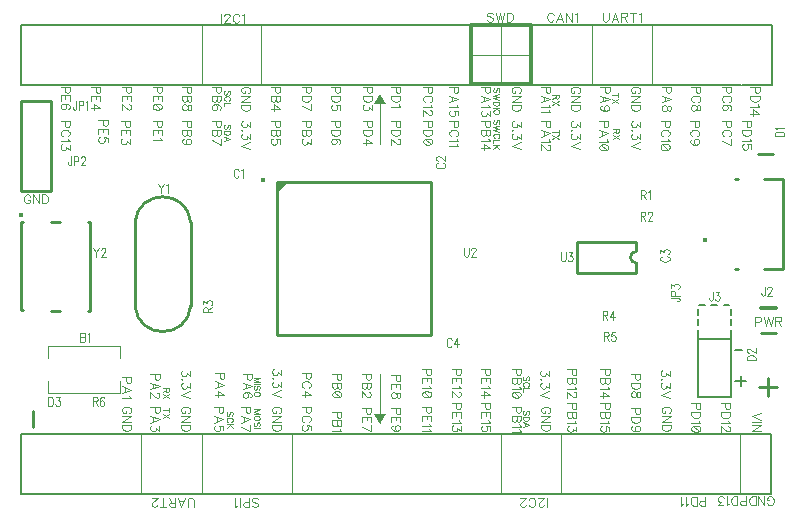
<source format=gbr>
G04 DipTrace 3.2.0.1*
G04 Âåðõíÿÿìàðêèðîâêà.gbr*
%MOMM*%
G04 #@! TF.FileFunction,Legend,Top*
G04 #@! TF.Part,Single*
%ADD10C,0.25*%
%ADD13C,0.3*%
%ADD22C,0.1*%
%ADD33O,0.40052X0.40082*%
%ADD38C,0.15*%
%ADD44C,0.4165*%
%ADD52O,0.3911X0.39453*%
%ADD110C,0.11765*%
%ADD111C,0.07843*%
%ADD112C,0.27451*%
%ADD113C,0.35294*%
%ADD114C,0.15686*%
%FSLAX35Y35*%
G04*
G71*
G90*
G75*
G01*
G04 TopSilk*
%LPD*%
X1360033Y1970000D2*
D22*
X1969977D1*
X1360033Y2370000D2*
X1969977D1*
X1360033Y1970000D2*
Y2070000D1*
Y2370000D2*
Y2270000D1*
X1969977Y1970000D2*
Y2070000D1*
Y2370000D2*
Y2270000D1*
X7494950Y3995053D2*
D10*
X7365050D1*
X7395050Y2474947D2*
X7524950D1*
X1235053Y1685050D2*
Y1814950D1*
X1387000Y3683000D2*
X1133000D1*
Y4445000D1*
X1387000D2*
X1133000D1*
X1387000Y3683000D2*
Y4445000D1*
D33*
X6922526Y3270003D3*
X7175520Y3019956D2*
D10*
X7199524D1*
X7417532D2*
X7582500D1*
Y3780044D1*
X7417532D1*
X7175520D2*
X7199524D1*
X7136014Y2431007D2*
D38*
X6867987D1*
X7137000Y1940011D2*
Y2456992D1*
X7136014Y1939000D2*
X6863986D1*
X6863000Y1940011D2*
Y2456992D1*
Y2454036D2*
Y2502039D1*
Y2545996D2*
Y2593998D1*
Y2631965D2*
Y2679967D1*
X6921006Y2717000D2*
X6873001D1*
X7020988D2*
X6973011D1*
X7126013D2*
X7078008D1*
X7137000Y2454970D2*
Y2502972D1*
Y2547007D2*
Y2595010D1*
Y2632976D2*
Y2680979D1*
X6209879Y4581000D2*
X7225727D1*
X6209879Y5088985D2*
X7225727D1*
X5190216Y4584015D2*
D22*
Y5092000D1*
X1130000Y4581000D2*
D38*
Y5088985D1*
X6209879D1*
X1130000Y4581000D2*
X6209879D1*
X3159790D2*
D22*
Y5088985D1*
X2660130Y4581000D2*
Y5088985D1*
X5448946Y4589994D2*
D13*
Y5083977D1*
X4939750Y4589023D2*
Y5084999D1*
X5960049Y4581000D2*
D22*
Y5088985D1*
X6469880Y4581000D2*
Y5088985D1*
X5445767Y5084999D2*
D13*
X4946107D1*
X5441953Y4584986D2*
X4946107D1*
X5457210Y4835018D2*
D22*
X4949286D1*
X7230813Y4581000D2*
D38*
X7485093D1*
X7226999Y5088985D2*
X7487000D1*
Y4581000D1*
X7223160Y1118989D2*
X7477000D1*
X7223160Y1627000D2*
X7477000D1*
Y1118989D1*
X7226968Y1627000D2*
X6210973D1*
X7226968Y1118989D2*
X6210973D1*
X2141283Y1118020D2*
D22*
Y1625980D1*
X1131000Y1118989D2*
D38*
Y1627000D1*
X6210973D1*
X1131000Y1118989D2*
X6210973D1*
X2659751Y1117000D2*
D22*
Y1625011D1*
X3420002Y1117000D2*
Y1625011D1*
X5700120Y1117000D2*
Y1625011D1*
X5189902Y1117000D2*
Y1625011D1*
X7219987Y1117000D2*
Y1625011D1*
X3299920Y3760080D2*
D10*
X4600080D1*
Y2459920D1*
X3299920D1*
Y3760080D1*
G36*
D2*
Y3669980D1*
Y3760080D1*
G37*
G36*
D2*
Y3659950D1*
X3400050Y3760080D1*
X3299920D1*
G37*
D44*
X3178965Y3773935D3*
X6339505Y3250018D2*
D10*
X5839495D1*
X6339505Y2989982D2*
X5839495D1*
Y3250018D2*
Y2989982D1*
X6339505Y3170024D2*
Y3250018D1*
Y3069976D2*
Y2989982D1*
Y3170024D2*
G03X6339505Y3069976I23J-50024D01*
G01*
X2565900Y2706553D2*
Y3416047D1*
X2094100Y2706553D2*
Y3416047D1*
Y2706553D2*
G03X2565900Y2706553I235900J20868D01*
G01*
Y3416047D2*
G03X2094100Y3416047I-235900J-20868D01*
G01*
D52*
X1133122Y3478854D3*
X1382485Y3421096D2*
D10*
X1462501D1*
X1129917Y3419852D2*
Y2670157D1*
X1382485Y2661093D2*
X1462501D1*
X1712493Y3420918D2*
Y2661093D1*
X1129917Y3419852D2*
X1144950D1*
X1697460Y3420918D2*
X1712493D1*
X1697460Y2661271D2*
X1712493D1*
X1129917Y2670157D2*
X1144950D1*
X4170000Y4490000D2*
D22*
Y4079877D1*
G36*
X4120000Y4420000D2*
X4170000Y4500000D1*
X4220000Y4420000D1*
X4210000D1*
X4120000D1*
G37*
X4170000Y1719877D2*
D22*
Y2130000D1*
G36*
X4220000Y1789877D2*
X4170000Y1709877D1*
X4120000Y1789877D1*
X4130000D1*
X4220000D1*
G37*
X1632859Y2481592D2*
D110*
Y2405026D1*
X1659139D1*
X1667899Y2408732D1*
X1670797Y2412354D1*
X1673695Y2419598D1*
Y2430548D1*
X1670797Y2437876D1*
X1667899Y2441498D1*
X1659139Y2445120D1*
X1667899Y2448826D1*
X1670797Y2452448D1*
X1673695Y2459692D1*
Y2467020D1*
X1670797Y2474264D1*
X1667899Y2477970D1*
X1659139Y2481592D1*
X1632859D1*
Y2445120D2*
X1659139D1*
X1692518Y2466936D2*
X1698381Y2470642D1*
X1707141Y2481508D1*
Y2405026D1*
X2972320Y3852393D2*
X2969422Y3859637D1*
X2963560Y3866965D1*
X2957765Y3870587D1*
X2946107D1*
X2940245Y3866965D1*
X2934450Y3859637D1*
X2931485Y3852393D1*
X2928587Y3841443D1*
Y3823165D1*
X2931485Y3812299D1*
X2934450Y3804971D1*
X2940245Y3797727D1*
X2946107Y3794021D1*
X2957765D1*
X2963560Y3797727D1*
X2969422Y3804971D1*
X2972320Y3812299D1*
X2991144Y3855931D2*
X2997006Y3859637D1*
X3005766Y3870503D1*
Y3794021D1*
X4661602Y3917037D2*
X4654358Y3914140D1*
X4647030Y3908277D1*
X4643408Y3902482D1*
Y3890825D1*
X4647030Y3884962D1*
X4654358Y3879167D1*
X4661602Y3876202D1*
X4672552Y3873305D1*
X4690830D1*
X4701696Y3876202D1*
X4709024Y3879167D1*
X4716268Y3884962D1*
X4719974Y3890825D1*
Y3902482D1*
X4716268Y3908277D1*
X4709024Y3914140D1*
X4701696Y3917037D1*
X4661686Y3938826D2*
X4658064D1*
X4650736Y3941723D1*
X4647114Y3944621D1*
X4643492Y3950483D1*
Y3962141D1*
X4647114Y3967936D1*
X4650736Y3970833D1*
X4658064Y3973798D1*
X4665308D1*
X4672636Y3970833D1*
X4683502Y3965038D1*
X4719974Y3935861D1*
Y3976696D1*
X6561602Y3127037D2*
X6554358Y3124140D1*
X6547030Y3118277D1*
X6543408Y3112482D1*
Y3100825D1*
X6547030Y3094962D1*
X6554358Y3089167D1*
X6561602Y3086202D1*
X6572552Y3083305D1*
X6590830D1*
X6601696Y3086202D1*
X6609024Y3089167D1*
X6616268Y3094962D1*
X6619974Y3100825D1*
Y3112482D1*
X6616268Y3118277D1*
X6609024Y3124140D1*
X6601696Y3127037D1*
X6543492Y3151723D2*
Y3183731D1*
X6572636Y3166278D1*
Y3175038D1*
X6576258Y3180833D1*
X6579880Y3183731D1*
X6590830Y3186696D1*
X6598074D1*
X6609024Y3183731D1*
X6616352Y3177936D1*
X6619974Y3169176D1*
Y3160416D1*
X6616352Y3151723D1*
X6612646Y3148826D1*
X6605402Y3145861D1*
X4775588Y2418398D2*
X4772691Y2425642D1*
X4766828Y2432970D1*
X4761033Y2436592D1*
X4749376D1*
X4743513Y2432970D1*
X4737718Y2425642D1*
X4734753Y2418398D1*
X4731856Y2407448D1*
Y2389170D1*
X4734753Y2378304D1*
X4737718Y2370976D1*
X4743513Y2363732D1*
X4749376Y2360026D1*
X4761033D1*
X4766828Y2363732D1*
X4772691Y2370976D1*
X4775588Y2378304D1*
X4823589Y2360026D2*
Y2436508D1*
X4794412Y2385548D1*
X4838144D1*
X7513408Y4142886D2*
X7589974D1*
Y4163304D1*
X7586268Y4172064D1*
X7579024Y4177926D1*
X7571696Y4180824D1*
X7560830Y4183721D1*
X7542552D1*
X7531602Y4180824D1*
X7524358Y4177926D1*
X7517030Y4172064D1*
X7513408Y4163304D1*
Y4142886D1*
X7528064Y4202545D2*
X7524358Y4208407D1*
X7513492Y4217167D1*
X7589974D1*
X7273408Y2249727D2*
X7349974D1*
Y2270144D1*
X7346268Y2278904D1*
X7339024Y2284767D1*
X7331696Y2287664D1*
X7320830Y2290562D1*
X7302552D1*
X7291602Y2287664D1*
X7284358Y2284767D1*
X7277030Y2278904D1*
X7273408Y2270144D1*
Y2249727D1*
X7291686Y2312350D2*
X7288064D1*
X7280736Y2315248D1*
X7277114Y2318145D1*
X7273492Y2324008D1*
Y2335665D1*
X7277114Y2341460D1*
X7280736Y2344358D1*
X7288064Y2347323D1*
X7295308D1*
X7302636Y2344358D1*
X7313502Y2338563D1*
X7349974Y2309385D1*
Y2350220D1*
X1359780Y1936592D2*
Y1860026D1*
X1380197D1*
X1388957Y1863732D1*
X1394820Y1870976D1*
X1397717Y1878304D1*
X1400615Y1889170D1*
Y1907448D1*
X1397717Y1918398D1*
X1394820Y1925642D1*
X1388957Y1932970D1*
X1380197Y1936592D1*
X1359780D1*
X1425301Y1936508D2*
X1457309D1*
X1439856Y1907364D1*
X1448616D1*
X1454411Y1903742D1*
X1457309Y1900120D1*
X1460274Y1889170D1*
Y1881926D1*
X1457309Y1870976D1*
X1451514Y1863648D1*
X1442754Y1860026D1*
X1433994D1*
X1425301Y1863648D1*
X1422403Y1867354D1*
X1419438Y1874598D1*
X7427259Y2871592D2*
Y2813304D1*
X7424362Y2802354D1*
X7421397Y2798732D1*
X7415602Y2795026D1*
X7409739D1*
X7403944Y2798732D1*
X7401047Y2802354D1*
X7398082Y2813304D1*
Y2820548D1*
X7449048Y2853314D2*
Y2856936D1*
X7451945Y2864264D1*
X7454843Y2867886D1*
X7460705Y2871508D1*
X7472363D1*
X7478158Y2867886D1*
X7481056Y2864264D1*
X7484021Y2856936D1*
Y2849692D1*
X7481056Y2842364D1*
X7475261Y2831498D1*
X7446083Y2795026D1*
X7486918D1*
X6984759Y2828592D2*
Y2770304D1*
X6981862Y2759354D1*
X6978897Y2755732D1*
X6973102Y2752026D1*
X6967239D1*
X6961444Y2755732D1*
X6958547Y2759354D1*
X6955582Y2770304D1*
Y2777548D1*
X7009445Y2828508D2*
X7041453D1*
X7024001Y2799364D1*
X7032761D1*
X7038556Y2795742D1*
X7041453Y2792120D1*
X7044418Y2781170D1*
Y2773926D1*
X7041453Y2762976D1*
X7035658Y2755648D1*
X7026898Y2752026D1*
X7018138D1*
X7009445Y2755648D1*
X7006548Y2759354D1*
X7003583Y2766598D1*
X1598540Y4445439D2*
Y4387151D1*
X1595642Y4376201D1*
X1592677Y4372579D1*
X1586882Y4368873D1*
X1581020D1*
X1575225Y4372579D1*
X1572327Y4376201D1*
X1569362Y4387151D1*
Y4394395D1*
X1617363Y4405345D2*
X1643643D1*
X1652336Y4408967D1*
X1655301Y4412673D1*
X1658198Y4419917D1*
Y4430867D1*
X1655301Y4438111D1*
X1652336Y4441817D1*
X1643643Y4445439D1*
X1617363D1*
Y4368873D1*
X1677022Y4430782D2*
X1682884Y4434489D1*
X1691644Y4445354D1*
Y4368873D1*
X1555433Y3975439D2*
Y3917151D1*
X1552536Y3906201D1*
X1549571Y3902579D1*
X1543776Y3898873D1*
X1537913D1*
X1532118Y3902579D1*
X1529221Y3906201D1*
X1526256Y3917151D1*
Y3924395D1*
X1574257Y3935345D2*
X1600537D1*
X1609230Y3938967D1*
X1612195Y3942673D1*
X1615092Y3949917D1*
Y3960867D1*
X1612195Y3968111D1*
X1609230Y3971817D1*
X1600537Y3975439D1*
X1574257D1*
Y3898873D1*
X1636881Y3957161D2*
Y3960782D1*
X1639778Y3968111D1*
X1642676Y3971732D1*
X1648538Y3975354D1*
X1660196D1*
X1665991Y3971732D1*
X1668888Y3968111D1*
X1671853Y3960782D1*
Y3953539D1*
X1668888Y3946211D1*
X1663093Y3935345D1*
X1633916Y3898873D1*
X1674751D1*
X6628408Y2774930D2*
X6686696D1*
X6697646Y2772033D1*
X6701268Y2769068D1*
X6704974Y2763273D1*
Y2757410D1*
X6701268Y2751615D1*
X6697646Y2748718D1*
X6686696Y2745753D1*
X6679452D1*
X6668502Y2793754D2*
Y2820034D1*
X6664880Y2828726D1*
X6661174Y2831691D1*
X6653930Y2834589D1*
X6642980D1*
X6635736Y2831691D1*
X6632030Y2828727D1*
X6628408Y2820034D1*
Y2793754D1*
X6704974D1*
X6628492Y2859275D2*
Y2891283D1*
X6657636Y2873830D1*
Y2882590D1*
X6661258Y2888385D1*
X6664880Y2891283D1*
X6675830Y2894247D1*
X6683074D1*
X6694024Y2891282D1*
X6701352Y2885487D1*
X6704974Y2876727D1*
Y2867967D1*
X6701352Y2859275D1*
X6697646Y2856377D1*
X6690402Y2853412D1*
X6377859Y3650120D2*
X6404072D1*
X6412832Y3653826D1*
X6415797Y3657448D1*
X6418695Y3664692D1*
Y3672020D1*
X6415797Y3679264D1*
X6412832Y3682970D1*
X6404072Y3686592D1*
X6377859D1*
Y3610026D1*
X6398277Y3650120D2*
X6418695Y3610026D1*
X6437518Y3671936D2*
X6443381Y3675642D1*
X6452141Y3686508D1*
Y3610026D1*
X6374753Y3470120D2*
X6400966D1*
X6409726Y3473826D1*
X6412691Y3477448D1*
X6415588Y3484692D1*
Y3492020D1*
X6412691Y3499264D1*
X6409726Y3502970D1*
X6400966Y3506592D1*
X6374753D1*
Y3430026D1*
X6395171Y3470120D2*
X6415588Y3430026D1*
X6437377Y3488314D2*
Y3491936D1*
X6440274Y3499264D1*
X6443172Y3502886D1*
X6449034Y3506508D1*
X6460692D1*
X6466487Y3502886D1*
X6469384Y3499264D1*
X6472349Y3491936D1*
Y3484692D1*
X6469384Y3477364D1*
X6463589Y3466498D1*
X6434412Y3430026D1*
X6475247D1*
X2709880Y2654753D2*
Y2680966D1*
X2706174Y2689726D1*
X2702552Y2692691D1*
X2695308Y2695589D1*
X2687980D1*
X2680736Y2692691D1*
X2677030Y2689726D1*
X2673408Y2680966D1*
Y2654753D1*
X2749974D1*
X2709880Y2675171D2*
X2749974Y2695588D1*
X2673492Y2720274D2*
Y2752282D1*
X2702636Y2734829D1*
Y2743589D1*
X2706258Y2749385D1*
X2709880Y2752282D1*
X2720830Y2755247D1*
X2728074D1*
X2739024Y2752282D1*
X2746352Y2746487D1*
X2749974Y2737727D1*
Y2728967D1*
X2746352Y2720274D1*
X2742646Y2717377D1*
X2735402Y2714412D1*
X6053304Y2630120D2*
X6079517D1*
X6088277Y2633826D1*
X6091242Y2637448D1*
X6094139Y2644692D1*
Y2652020D1*
X6091242Y2659264D1*
X6088277Y2662970D1*
X6079517Y2666592D1*
X6053304D1*
Y2590026D1*
X6073722Y2630120D2*
X6094139Y2590026D1*
X6142141D2*
Y2666508D1*
X6112963Y2615548D1*
X6156696D1*
X6064753Y2450120D2*
X6090966D1*
X6099726Y2453826D1*
X6102691Y2457448D1*
X6105588Y2464692D1*
Y2472020D1*
X6102691Y2479264D1*
X6099726Y2482970D1*
X6090966Y2486592D1*
X6064753D1*
Y2410026D1*
X6085171Y2450120D2*
X6105588Y2410026D1*
X6159384Y2486508D2*
X6130274D1*
X6127377Y2453742D1*
X6130274Y2457364D1*
X6139034Y2461070D1*
X6147727D1*
X6156487Y2457364D1*
X6162349Y2450120D1*
X6165247Y2439170D1*
Y2431926D1*
X6162349Y2420976D1*
X6156487Y2413648D1*
X6147727Y2410026D1*
X6139034D1*
X6130274Y2413648D1*
X6127377Y2417354D1*
X6124412Y2424598D1*
X1736236Y1900120D2*
X1762448D1*
X1771208Y1903826D1*
X1774173Y1907448D1*
X1777071Y1914692D1*
Y1922020D1*
X1774173Y1929264D1*
X1771208Y1932970D1*
X1762448Y1936592D1*
X1736236D1*
Y1860026D1*
X1756653Y1900120D2*
X1777071Y1860026D1*
X1830867Y1925642D2*
X1827969Y1932886D1*
X1819209Y1936508D1*
X1813414D1*
X1804654Y1932886D1*
X1798792Y1921936D1*
X1795894Y1903742D1*
Y1885548D1*
X1798792Y1870976D1*
X1804654Y1863648D1*
X1813414Y1860026D1*
X1816312D1*
X1825004Y1863648D1*
X1830867Y1870976D1*
X1833764Y1881926D1*
Y1885548D1*
X1830867Y1896498D1*
X1825004Y1903742D1*
X1816312Y1907364D1*
X1813414D1*
X1804654Y1903742D1*
X1798792Y1896498D1*
X1795894Y1885548D1*
X4879753Y3201592D2*
Y3146926D1*
X4882651Y3135976D1*
X4888513Y3128732D1*
X4897273Y3125026D1*
X4903068D1*
X4911828Y3128732D1*
X4917691Y3135976D1*
X4920588Y3146926D1*
Y3201592D1*
X4942377Y3183314D2*
Y3186936D1*
X4945274Y3194264D1*
X4948172Y3197886D1*
X4954034Y3201508D1*
X4965692D1*
X4971487Y3197886D1*
X4974384Y3194264D1*
X4977349Y3186936D1*
Y3179692D1*
X4974384Y3172364D1*
X4968589Y3161498D1*
X4939412Y3125026D1*
X4980247D1*
X5699253Y3161592D2*
Y3106926D1*
X5702151Y3095976D1*
X5708013Y3088732D1*
X5716773Y3085026D1*
X5722568D1*
X5731328Y3088732D1*
X5737191Y3095976D1*
X5740088Y3106926D1*
Y3161592D1*
X5764774Y3161508D2*
X5796782D1*
X5779329Y3132364D1*
X5788089D1*
X5793884Y3128742D1*
X5796782Y3125120D1*
X5799747Y3114170D1*
Y3106926D1*
X5796782Y3095976D1*
X5790987Y3088648D1*
X5782227Y3085026D1*
X5773467D1*
X5764774Y3088648D1*
X5761877Y3092354D1*
X5758912Y3099598D1*
X2289962Y3743592D2*
X2313277Y3707120D1*
Y3667026D1*
X2336592Y3743592D2*
X2313277Y3707120D1*
X2355416Y3728936D2*
X2361278Y3732642D1*
X2370038Y3743508D1*
Y3667026D1*
X1739886Y3200172D2*
X1763201Y3163700D1*
Y3123606D1*
X1786516Y3200172D2*
X1763201Y3163700D1*
X1808304Y3181894D2*
Y3185516D1*
X1811202Y3192844D1*
X1814099Y3196466D1*
X1819962Y3200088D1*
X1831619D1*
X1837414Y3196466D1*
X1840312Y3192844D1*
X1843277Y3185516D1*
Y3178272D1*
X1840312Y3170944D1*
X1834517Y3160078D1*
X1805339Y3123606D1*
X1846174D1*
X4791864Y4273697D2*
Y4240847D1*
X4795486Y4229982D1*
X4799192Y4226275D1*
X4806436Y4222654D1*
X4817386D1*
X4824630Y4226275D1*
X4828336Y4229982D1*
X4831958Y4240847D1*
Y4273697D1*
X4755393D1*
X4813764Y4144459D2*
X4821008Y4148080D1*
X4828336Y4155408D1*
X4831958Y4162652D1*
Y4177224D1*
X4828336Y4184552D1*
X4821008Y4191796D1*
X4813764Y4195502D1*
X4802814Y4199124D1*
X4784536D1*
X4773670Y4195502D1*
X4766342Y4191796D1*
X4759099Y4184552D1*
X4755392Y4177224D1*
Y4162652D1*
X4759099Y4155409D1*
X4766342Y4148081D1*
X4773670Y4144459D1*
X4817302Y4120929D2*
X4821008Y4113601D1*
X4831874Y4102651D1*
X4755392D1*
X4817302Y4079122D2*
X4821008Y4071794D1*
X4831874Y4060844D1*
X4755392D1*
X6831864Y4273697D2*
Y4240847D1*
X6835486Y4229982D1*
X6839192Y4226275D1*
X6846436Y4222654D1*
X6857386D1*
X6864630Y4226275D1*
X6868336Y4229982D1*
X6871958Y4240847D1*
Y4273697D1*
X6795393D1*
X6853764Y4144459D2*
X6861008Y4148080D1*
X6868336Y4155408D1*
X6871958Y4162652D1*
Y4177224D1*
X6868336Y4184552D1*
X6861008Y4191796D1*
X6853764Y4195502D1*
X6842814Y4199124D1*
X6824536D1*
X6813670Y4195502D1*
X6806342Y4191796D1*
X6799099Y4184552D1*
X6795392Y4177224D1*
Y4162652D1*
X6799099Y4155409D1*
X6806342Y4148081D1*
X6813670Y4144459D1*
X6846436Y4073507D2*
X6835486Y4077213D1*
X6828158Y4084457D1*
X6824536Y4095407D1*
Y4099029D1*
X6828158Y4109979D1*
X6835486Y4117223D1*
X6846436Y4120929D1*
X6850058D1*
X6861008Y4117223D1*
X6868252Y4109979D1*
X6871874Y4099029D1*
Y4095407D1*
X6868252Y4084457D1*
X6861008Y4077213D1*
X6846436Y4073507D1*
X6828158D1*
X6809964Y4077213D1*
X6799014Y4084457D1*
X6795392Y4095407D1*
Y4102651D1*
X6799014Y4113601D1*
X6806342Y4117223D1*
X7101864Y4273697D2*
Y4240847D1*
X7105486Y4229982D1*
X7109192Y4226275D1*
X7116436Y4222654D1*
X7127386D1*
X7134630Y4226275D1*
X7138336Y4229982D1*
X7141958Y4240847D1*
Y4273697D1*
X7065393D1*
X7123764Y4144459D2*
X7131008Y4148080D1*
X7138336Y4155408D1*
X7141958Y4162652D1*
Y4177224D1*
X7138336Y4184552D1*
X7131008Y4191796D1*
X7123764Y4195502D1*
X7112814Y4199124D1*
X7094536D1*
X7083670Y4195502D1*
X7076342Y4191796D1*
X7069099Y4184552D1*
X7065392Y4177224D1*
Y4162652D1*
X7069099Y4155409D1*
X7076342Y4148081D1*
X7083670Y4144459D1*
X7065392Y4106357D2*
X7141874Y4069885D1*
Y4120929D1*
X6841864Y4563697D2*
Y4530847D1*
X6845486Y4519982D1*
X6849192Y4516275D1*
X6856436Y4512654D1*
X6867386D1*
X6874630Y4516275D1*
X6878336Y4519982D1*
X6881958Y4530847D1*
Y4563697D1*
X6805393D1*
X6863764Y4434459D2*
X6871008Y4438080D1*
X6878336Y4445408D1*
X6881958Y4452652D1*
Y4467224D1*
X6878336Y4474552D1*
X6871008Y4481796D1*
X6863764Y4485502D1*
X6852814Y4489124D1*
X6834536D1*
X6823670Y4485502D1*
X6816342Y4481796D1*
X6809099Y4474552D1*
X6805392Y4467224D1*
Y4452652D1*
X6809099Y4445409D1*
X6816342Y4438081D1*
X6823670Y4434459D1*
X6881874Y4392735D2*
X6878252Y4403601D1*
X6871008Y4407307D1*
X6863680D1*
X6856436Y4403601D1*
X6852730Y4396357D1*
X6849108Y4381785D1*
X6845486Y4370835D1*
X6838158Y4363591D1*
X6830914Y4359970D1*
X6819964D1*
X6812721Y4363592D1*
X6809014Y4367213D1*
X6805392Y4378163D1*
Y4392735D1*
X6809014Y4403601D1*
X6812721Y4407307D1*
X6819964Y4410929D1*
X6830914D1*
X6838158Y4407307D1*
X6845486Y4399979D1*
X6849108Y4389113D1*
X6852730Y4374541D1*
X6856436Y4367213D1*
X6863680Y4363591D1*
X6871008D1*
X6878252Y4367213D1*
X6881874Y4378163D1*
Y4392735D1*
X7341864Y4563697D2*
Y4530847D1*
X7345486Y4519982D1*
X7349192Y4516275D1*
X7356436Y4512654D1*
X7367386D1*
X7374630Y4516275D1*
X7378336Y4519982D1*
X7381958Y4530847D1*
Y4563697D1*
X7305393D1*
X7381958Y4489124D2*
X7305392D1*
Y4463602D1*
X7309099Y4452652D1*
X7316342Y4445324D1*
X7323670Y4441702D1*
X7334536Y4438080D1*
X7352814D1*
X7363764Y4441702D1*
X7371008Y4445324D1*
X7378336Y4452652D1*
X7381958Y4463602D1*
Y4489124D1*
X7367302Y4414551D2*
X7371008Y4407223D1*
X7381874Y4396273D1*
X7305392D1*
Y4336272D2*
X7381874D1*
X7330914Y4372744D1*
Y4318078D1*
X7101864Y4563697D2*
Y4530847D1*
X7105486Y4519982D1*
X7109192Y4516275D1*
X7116436Y4512654D1*
X7127386D1*
X7134630Y4516275D1*
X7138336Y4519982D1*
X7141958Y4530847D1*
Y4563697D1*
X7065393D1*
X7123764Y4434459D2*
X7131008Y4438080D1*
X7138336Y4445408D1*
X7141958Y4452652D1*
Y4467224D1*
X7138336Y4474552D1*
X7131008Y4481796D1*
X7123764Y4485502D1*
X7112814Y4489124D1*
X7094536D1*
X7083670Y4485502D1*
X7076342Y4481796D1*
X7069099Y4474552D1*
X7065392Y4467224D1*
Y4452652D1*
X7069099Y4445409D1*
X7076342Y4438081D1*
X7083670Y4434459D1*
X7131008Y4367213D2*
X7138252Y4370835D1*
X7141874Y4381785D1*
Y4389029D1*
X7138252Y4399979D1*
X7127302Y4407307D1*
X7109108Y4410929D1*
X7090914D1*
X7076342Y4407307D1*
X7069014Y4399979D1*
X7065392Y4389029D1*
Y4385407D1*
X7069014Y4374542D1*
X7076342Y4367213D1*
X7087292Y4363591D1*
X7090914D1*
X7101864Y4367213D1*
X7109108Y4374541D1*
X7112730Y4385407D1*
Y4389029D1*
X7109108Y4399979D1*
X7101864Y4407307D1*
X7090914Y4410929D1*
X6331864Y2133697D2*
Y2100847D1*
X6335486Y2089982D1*
X6339192Y2086275D1*
X6346436Y2082654D1*
X6357386D1*
X6364630Y2086275D1*
X6368336Y2089982D1*
X6371958Y2100847D1*
Y2133697D1*
X6295393D1*
X6371958Y2059124D2*
X6295392D1*
Y2033602D1*
X6299099Y2022652D1*
X6306342Y2015324D1*
X6313670Y2011702D1*
X6324536Y2008080D1*
X6342814D1*
X6353764Y2011702D1*
X6361008Y2015324D1*
X6368336Y2022652D1*
X6371958Y2033602D1*
Y2059124D1*
X6371874Y1966357D2*
X6368252Y1977223D1*
X6361008Y1980929D1*
X6353680D1*
X6346436Y1977223D1*
X6342730Y1969979D1*
X6339108Y1955407D1*
X6335486Y1944457D1*
X6328158Y1937213D1*
X6320914Y1933591D1*
X6309964Y1933592D1*
X6302721Y1937213D1*
X6299014Y1940835D1*
X6295392Y1951785D1*
Y1966357D1*
X6299014Y1977223D1*
X6302721Y1980929D1*
X6309964Y1984551D1*
X6320914D1*
X6328158Y1980929D1*
X6335486Y1973601D1*
X6339108Y1962735D1*
X6342730Y1948163D1*
X6346436Y1940835D1*
X6353680Y1937213D1*
X6361008D1*
X6368252Y1940835D1*
X6371874Y1951785D1*
Y1966357D1*
X5321864Y1853697D2*
Y1820847D1*
X5325486Y1809982D1*
X5329192Y1806275D1*
X5336436Y1802654D1*
X5347386D1*
X5354630Y1806275D1*
X5358336Y1809982D1*
X5361958Y1820847D1*
Y1853697D1*
X5285393D1*
X5361958Y1779124D2*
X5285392D1*
Y1746274D1*
X5289099Y1735324D1*
X5292721Y1731702D1*
X5299964Y1728081D1*
X5310914Y1728080D1*
X5318242Y1731702D1*
X5321864Y1735324D1*
X5325486Y1746274D1*
X5329192Y1735324D1*
X5332814Y1731702D1*
X5340058Y1728080D1*
X5347386D1*
X5354630Y1731702D1*
X5358336Y1735324D1*
X5361958Y1746274D1*
Y1779124D1*
X5325486D2*
Y1746274D1*
X5347302Y1704551D2*
X5351008Y1697223D1*
X5361874Y1686273D1*
X5285392D1*
X5347302Y1662744D2*
X5351008Y1655416D1*
X5361874Y1644465D1*
X5285392Y1644466D1*
X5791864Y1883697D2*
Y1850847D1*
X5795486Y1839982D1*
X5799192Y1836275D1*
X5806436Y1832654D1*
X5817386D1*
X5824630Y1836275D1*
X5828336Y1839982D1*
X5831958Y1850847D1*
Y1883697D1*
X5755393D1*
X5831958Y1809124D2*
X5755392D1*
Y1776274D1*
X5759099Y1765324D1*
X5762721Y1761702D1*
X5769964Y1758081D1*
X5780914Y1758080D1*
X5788242Y1761702D1*
X5791864Y1765324D1*
X5795486Y1776274D1*
X5799192Y1765324D1*
X5802814Y1761702D1*
X5810058Y1758080D1*
X5817386D1*
X5824630Y1761702D1*
X5828336Y1765324D1*
X5831958Y1776274D1*
Y1809124D1*
X5795486D2*
Y1776274D1*
X5817302Y1734551D2*
X5821008Y1727223D1*
X5831874Y1716273D1*
X5755392D1*
X5831874Y1685415D2*
Y1645406D1*
X5802730Y1667222D1*
Y1656272D1*
X5799108Y1649028D1*
X5795486Y1645406D1*
X5784536Y1641700D1*
X5777292D1*
X5766342Y1645406D1*
X5759014Y1652650D1*
X5755392Y1663600D1*
Y1674550D1*
X5759014Y1685416D1*
X5762721Y1689037D1*
X5769964Y1692744D1*
X5791864Y2173697D2*
Y2140847D1*
X5795486Y2129982D1*
X5799192Y2126275D1*
X5806436Y2122654D1*
X5817386D1*
X5824630Y2126275D1*
X5828336Y2129982D1*
X5831958Y2140847D1*
Y2173697D1*
X5755393D1*
X5831958Y2099124D2*
X5755392D1*
Y2066274D1*
X5759099Y2055324D1*
X5762721Y2051702D1*
X5769964Y2048081D1*
X5780914Y2048080D1*
X5788242Y2051702D1*
X5791864Y2055324D1*
X5795486Y2066274D1*
X5799192Y2055324D1*
X5802814Y2051702D1*
X5810058Y2048080D1*
X5817386D1*
X5824630Y2051702D1*
X5828336Y2055324D1*
X5831958Y2066274D1*
Y2099124D1*
X5795486D2*
Y2066274D1*
X5817302Y2024551D2*
X5821008Y2017223D1*
X5831874Y2006273D1*
X5755392D1*
X5813680Y1979037D2*
X5817302D1*
X5824630Y1975415D1*
X5828252Y1971794D1*
X5831874Y1964465D1*
Y1949894D1*
X5828252Y1942650D1*
X5824630Y1939028D1*
X5817302Y1935322D1*
X5810058D1*
X5802730Y1939028D1*
X5791864Y1946272D1*
X5755392Y1982744D1*
Y1931700D1*
X5061864Y4273697D2*
Y4240847D1*
X5065486Y4229982D1*
X5069192Y4226275D1*
X5076436Y4222654D1*
X5087386D1*
X5094630Y4226275D1*
X5098336Y4229982D1*
X5101958Y4240847D1*
Y4273697D1*
X5025393D1*
X5101958Y4199124D2*
X5025392D1*
Y4166274D1*
X5029099Y4155324D1*
X5032721Y4151702D1*
X5039964Y4148081D1*
X5050914Y4148080D1*
X5058242Y4151702D1*
X5061864Y4155324D1*
X5065486Y4166274D1*
X5069192Y4155324D1*
X5072814Y4151702D1*
X5080058Y4148080D1*
X5087386D1*
X5094630Y4151702D1*
X5098336Y4155324D1*
X5101958Y4166274D1*
Y4199124D1*
X5065486D2*
Y4166274D1*
X5087302Y4124551D2*
X5091008Y4117223D1*
X5101874Y4106273D1*
X5025392D1*
Y4046272D2*
X5101874D1*
X5050914Y4082744D1*
Y4028078D1*
X6071864Y1883697D2*
Y1850847D1*
X6075486Y1839982D1*
X6079192Y1836275D1*
X6086436Y1832654D1*
X6097386D1*
X6104630Y1836275D1*
X6108336Y1839982D1*
X6111958Y1850847D1*
Y1883697D1*
X6035393D1*
X6111958Y1809124D2*
X6035392D1*
Y1776274D1*
X6039099Y1765324D1*
X6042721Y1761702D1*
X6049964Y1758081D1*
X6060914Y1758080D1*
X6068242Y1761702D1*
X6071864Y1765324D1*
X6075486Y1776274D1*
X6079192Y1765324D1*
X6082814Y1761702D1*
X6090058Y1758080D1*
X6097386D1*
X6104630Y1761702D1*
X6108336Y1765324D1*
X6111958Y1776274D1*
Y1809124D1*
X6075486D2*
Y1776274D1*
X6097302Y1734551D2*
X6101008Y1727223D1*
X6111874Y1716273D1*
X6035392D1*
X6111874Y1649028D2*
Y1685415D1*
X6079108Y1689037D1*
X6082730Y1685416D1*
X6086436Y1674466D1*
Y1663600D1*
X6082730Y1652650D1*
X6075486Y1645322D1*
X6064536Y1641700D1*
X6057292D1*
X6046342Y1645322D1*
X6039014Y1652650D1*
X6035392Y1663600D1*
Y1674466D1*
X6039014Y1685416D1*
X6042721Y1689037D1*
X6049964Y1692744D1*
X6331864Y1843697D2*
Y1810847D1*
X6335486Y1799982D1*
X6339192Y1796275D1*
X6346436Y1792654D1*
X6357386D1*
X6364630Y1796275D1*
X6368336Y1799982D1*
X6371958Y1810847D1*
Y1843697D1*
X6295393D1*
X6371958Y1769124D2*
X6295392D1*
Y1743602D1*
X6299099Y1732652D1*
X6306342Y1725324D1*
X6313670Y1721702D1*
X6324536Y1718080D1*
X6342814D1*
X6353764Y1721702D1*
X6361008Y1725324D1*
X6368336Y1732652D1*
X6371958Y1743602D1*
Y1769124D1*
X6346436Y1647129D2*
X6335486Y1650835D1*
X6328158Y1658079D1*
X6324536Y1669029D1*
Y1672651D1*
X6328158Y1683601D1*
X6335486Y1690845D1*
X6346436Y1694551D1*
X6350058D1*
X6361008Y1690845D1*
X6368252Y1683601D1*
X6371874Y1672651D1*
Y1669029D1*
X6368252Y1658079D1*
X6361008Y1650835D1*
X6346436Y1647129D1*
X6328158D1*
X6309964Y1650835D1*
X6299014Y1658079D1*
X6295392Y1669029D1*
Y1676273D1*
X6299014Y1687223D1*
X6306342Y1690845D1*
X6591864Y4563697D2*
Y4530847D1*
X6595486Y4519982D1*
X6599192Y4516275D1*
X6606436Y4512654D1*
X6617386D1*
X6624630Y4516275D1*
X6628336Y4519982D1*
X6631958Y4530847D1*
Y4563697D1*
X6555393D1*
X6555392Y4430752D2*
X6631958Y4459980D1*
X6555392Y4489124D1*
X6580914Y4478174D2*
Y4441702D1*
X6631874Y4389029D2*
X6628252Y4399895D1*
X6621008Y4403601D1*
X6613680D1*
X6606436Y4399895D1*
X6602730Y4392651D1*
X6599108Y4378079D1*
X6595486Y4367129D1*
X6588158Y4359885D1*
X6580914Y4356263D1*
X6569964D1*
X6562721Y4359885D1*
X6559014Y4363507D1*
X6555392Y4374457D1*
Y4389029D1*
X6559014Y4399895D1*
X6562721Y4403601D1*
X6569964Y4407223D1*
X6580914D1*
X6588158Y4403601D1*
X6595486Y4396273D1*
X6599108Y4385407D1*
X6602730Y4370835D1*
X6606436Y4363507D1*
X6613680Y4359885D1*
X6621008D1*
X6628252Y4363507D1*
X6631874Y4374457D1*
Y4389029D1*
X6071864Y4563697D2*
Y4530847D1*
X6075486Y4519982D1*
X6079192Y4516275D1*
X6086436Y4512654D1*
X6097386D1*
X6104630Y4516275D1*
X6108336Y4519982D1*
X6111958Y4530847D1*
Y4563697D1*
X6035393D1*
X6035392Y4430752D2*
X6111958Y4459980D1*
X6035392Y4489124D1*
X6060914Y4478174D2*
Y4441702D1*
X6086436Y4359801D2*
X6075486Y4363507D1*
X6068158Y4370751D1*
X6064536Y4381701D1*
Y4385323D1*
X6068158Y4396273D1*
X6075486Y4403517D1*
X6086436Y4407223D1*
X6090058D1*
X6101008Y4403517D1*
X6108252Y4396273D1*
X6111874Y4385323D1*
Y4381701D1*
X6108252Y4370751D1*
X6101008Y4363507D1*
X6086436Y4359801D1*
X6068158D1*
X6049964Y4363507D1*
X6039014Y4370751D1*
X6035392Y4381701D1*
Y4388945D1*
X6039014Y4399895D1*
X6046342Y4403517D1*
X5571864Y4273697D2*
Y4240847D1*
X5575486Y4229982D1*
X5579192Y4226275D1*
X5586436Y4222654D1*
X5597386D1*
X5604630Y4226275D1*
X5608336Y4229982D1*
X5611958Y4240847D1*
Y4273697D1*
X5535393D1*
X5535392Y4140752D2*
X5611958Y4169980D1*
X5535392Y4199124D1*
X5560914Y4188174D2*
Y4151702D1*
X5597302Y4117223D2*
X5601008Y4109895D1*
X5611874Y4098945D1*
X5535392D1*
X5593680Y4071709D2*
X5597302D1*
X5604630Y4068087D1*
X5608252Y4064466D1*
X5611874Y4057137D1*
Y4042566D1*
X5608252Y4035322D1*
X5604630Y4031700D1*
X5597302Y4027994D1*
X5590058D1*
X5582730Y4031700D1*
X5571864Y4038944D1*
X5535392Y4075416D1*
Y4024372D1*
X5061864Y4563697D2*
Y4530847D1*
X5065486Y4519982D1*
X5069192Y4516275D1*
X5076436Y4512654D1*
X5087386D1*
X5094630Y4516275D1*
X5098336Y4519982D1*
X5101958Y4530847D1*
Y4563697D1*
X5025393D1*
X5025392Y4430752D2*
X5101958Y4459980D1*
X5025392Y4489124D1*
X5050914Y4478174D2*
Y4441702D1*
X5087302Y4407223D2*
X5091008Y4399895D1*
X5101874Y4388945D1*
X5025392D1*
X5101874Y4358087D2*
Y4318078D1*
X5072730Y4339894D1*
Y4328944D1*
X5069108Y4321700D1*
X5065486Y4318078D1*
X5054536Y4314372D1*
X5047292D1*
X5036342Y4318078D1*
X5029014Y4325322D1*
X5025392Y4336272D1*
Y4347222D1*
X5029014Y4358087D1*
X5032721Y4361709D1*
X5039964Y4365416D1*
X5571864Y4563697D2*
Y4530847D1*
X5575486Y4519982D1*
X5579192Y4516275D1*
X5586436Y4512654D1*
X5597386D1*
X5604630Y4516275D1*
X5608336Y4519982D1*
X5611958Y4530847D1*
Y4563697D1*
X5535393D1*
X5535392Y4430752D2*
X5611958Y4459980D1*
X5535392Y4489124D1*
X5560914Y4478174D2*
Y4441702D1*
X5597302Y4407223D2*
X5601008Y4399895D1*
X5611874Y4388945D1*
X5535392D1*
X5597302Y4365416D2*
X5601008Y4358087D1*
X5611874Y4347137D1*
X5535392D1*
X6061864Y4273697D2*
Y4240847D1*
X6065486Y4229982D1*
X6069192Y4226275D1*
X6076436Y4222654D1*
X6087386D1*
X6094630Y4226275D1*
X6098336Y4229982D1*
X6101958Y4240847D1*
Y4273697D1*
X6025393D1*
X6025392Y4140752D2*
X6101958Y4169980D1*
X6025392Y4199124D1*
X6050914Y4188174D2*
Y4151702D1*
X6087302Y4117223D2*
X6091008Y4109895D1*
X6101874Y4098945D1*
X6025392D1*
X6101874Y4053516D2*
X6098252Y4064466D1*
X6087302Y4071794D1*
X6069108Y4075416D1*
X6058158D1*
X6039964Y4071794D1*
X6029014Y4064466D1*
X6025392Y4053516D1*
Y4046272D1*
X6029014Y4035322D1*
X6039964Y4028078D1*
X6058158Y4024372D1*
X6069108D1*
X6087302Y4028078D1*
X6098252Y4035322D1*
X6101874Y4046272D1*
Y4053516D1*
X6087302Y4028078D2*
X6039964Y4071794D1*
X6581864Y4273697D2*
Y4240847D1*
X6585486Y4229982D1*
X6589192Y4226275D1*
X6596436Y4222654D1*
X6607386D1*
X6614630Y4226275D1*
X6618336Y4229982D1*
X6621958Y4240847D1*
Y4273697D1*
X6545393D1*
X6603764Y4144459D2*
X6611008Y4148080D1*
X6618336Y4155408D1*
X6621958Y4162652D1*
Y4177224D1*
X6618336Y4184552D1*
X6611008Y4191796D1*
X6603764Y4195502D1*
X6592814Y4199124D1*
X6574536D1*
X6563670Y4195502D1*
X6556342Y4191796D1*
X6549099Y4184552D1*
X6545392Y4177224D1*
Y4162652D1*
X6549099Y4155409D1*
X6556342Y4148081D1*
X6563670Y4144459D1*
X6607302Y4120929D2*
X6611008Y4113601D1*
X6621874Y4102651D1*
X6545392D1*
X6621874Y4057222D2*
X6618252Y4068172D1*
X6607302Y4075500D1*
X6589108Y4079122D1*
X6578158D1*
X6559964Y4075500D1*
X6549014Y4068172D1*
X6545392Y4057222D1*
Y4049978D1*
X6549014Y4039028D1*
X6559964Y4031784D1*
X6578158Y4028078D1*
X6589108D1*
X6607302Y4031784D1*
X6618252Y4039028D1*
X6621874Y4049978D1*
Y4057222D1*
X6607302Y4031784D2*
X6559964Y4075500D1*
X4791864Y4563697D2*
Y4530847D1*
X4795486Y4519982D1*
X4799192Y4516275D1*
X4806436Y4512654D1*
X4817386D1*
X4824630Y4516275D1*
X4828336Y4519982D1*
X4831958Y4530847D1*
Y4563697D1*
X4755393D1*
X4755392Y4430752D2*
X4831958Y4459980D1*
X4755392Y4489124D1*
X4780914Y4478174D2*
Y4441702D1*
X4817302Y4407223D2*
X4821008Y4399895D1*
X4831874Y4388945D1*
X4755392D1*
X4831874Y4321700D2*
Y4358087D1*
X4799108Y4361709D1*
X4802730Y4358087D1*
X4806436Y4347137D1*
Y4336272D1*
X4802730Y4325322D1*
X4795486Y4317994D1*
X4784536Y4314372D1*
X4777292D1*
X4766342Y4317994D1*
X4759014Y4325322D1*
X4755392Y4336272D1*
Y4347137D1*
X4759014Y4358087D1*
X4762721Y4361709D1*
X4769964Y4365416D1*
X4301864Y4563697D2*
Y4530847D1*
X4305486Y4519982D1*
X4309192Y4516275D1*
X4316436Y4512654D1*
X4327386D1*
X4334630Y4516275D1*
X4338336Y4519982D1*
X4341958Y4530847D1*
Y4563697D1*
X4265393D1*
X4341958Y4489124D2*
X4265392D1*
Y4463602D1*
X4269099Y4452652D1*
X4276342Y4445324D1*
X4283670Y4441702D1*
X4294536Y4438080D1*
X4312814D1*
X4323764Y4441702D1*
X4331008Y4445324D1*
X4338336Y4452652D1*
X4341958Y4463602D1*
Y4489124D1*
X4327302Y4414551D2*
X4331008Y4407223D1*
X4341874Y4396273D1*
X4265392D1*
X1501864Y4273697D2*
Y4240847D1*
X1505486Y4229982D1*
X1509192Y4226275D1*
X1516436Y4222654D1*
X1527386D1*
X1534630Y4226275D1*
X1538336Y4229982D1*
X1541958Y4240847D1*
Y4273697D1*
X1465393D1*
X1523764Y4144459D2*
X1531008Y4148080D1*
X1538336Y4155408D1*
X1541958Y4162652D1*
Y4177224D1*
X1538336Y4184552D1*
X1531008Y4191796D1*
X1523764Y4195502D1*
X1512814Y4199124D1*
X1494536D1*
X1483670Y4195502D1*
X1476342Y4191796D1*
X1469099Y4184552D1*
X1465392Y4177224D1*
Y4162652D1*
X1469099Y4155409D1*
X1476342Y4148081D1*
X1483670Y4144459D1*
X1527302Y4120929D2*
X1531008Y4113601D1*
X1541874Y4102651D1*
X1465392D1*
X1541874Y4071794D2*
Y4031784D1*
X1512730Y4053600D1*
Y4042650D1*
X1509108Y4035406D1*
X1505486Y4031784D1*
X1494536Y4028078D1*
X1487292D1*
X1476342Y4031784D1*
X1469014Y4039028D1*
X1465392Y4049978D1*
Y4060928D1*
X1469014Y4071794D1*
X1472721Y4075416D1*
X1479964Y4079122D1*
X4571864Y4563697D2*
Y4530847D1*
X4575486Y4519982D1*
X4579192Y4516275D1*
X4586436Y4512654D1*
X4597386D1*
X4604630Y4516275D1*
X4608336Y4519982D1*
X4611958Y4530847D1*
Y4563697D1*
X4535393D1*
X4593764Y4434459D2*
X4601008Y4438080D1*
X4608336Y4445408D1*
X4611958Y4452652D1*
Y4467224D1*
X4608336Y4474552D1*
X4601008Y4481796D1*
X4593764Y4485502D1*
X4582814Y4489124D1*
X4564536D1*
X4553670Y4485502D1*
X4546342Y4481796D1*
X4539099Y4474552D1*
X4535392Y4467224D1*
Y4452652D1*
X4539099Y4445409D1*
X4546342Y4438081D1*
X4553670Y4434459D1*
X4597302Y4410929D2*
X4601008Y4403601D1*
X4611874Y4392651D1*
X4535392D1*
X4593680Y4365416D2*
X4597302D1*
X4604630Y4361794D1*
X4608252Y4358172D1*
X4611874Y4350844D1*
Y4336272D1*
X4608252Y4329028D1*
X4604630Y4325406D1*
X4597302Y4321700D1*
X4590058D1*
X4582730Y4325406D1*
X4571864Y4332650D1*
X4535392Y4369122D1*
Y4318078D1*
X4571864Y4273697D2*
Y4240847D1*
X4575486Y4229982D1*
X4579192Y4226275D1*
X4586436Y4222654D1*
X4597386D1*
X4604630Y4226275D1*
X4608336Y4229982D1*
X4611958Y4240847D1*
Y4273697D1*
X4535393D1*
X4611958Y4199124D2*
X4535392D1*
Y4173602D1*
X4539099Y4162652D1*
X4546342Y4155324D1*
X4553670Y4151702D1*
X4564536Y4148080D1*
X4582814D1*
X4593764Y4151702D1*
X4601008Y4155324D1*
X4608336Y4162652D1*
X4611958Y4173602D1*
Y4199124D1*
X4611874Y4102651D2*
X4608252Y4113601D1*
X4597302Y4120929D1*
X4579108Y4124551D1*
X4568158D1*
X4549964Y4120929D1*
X4539014Y4113601D1*
X4535392Y4102651D1*
Y4095407D1*
X4539014Y4084457D1*
X4549964Y4077213D1*
X4568158Y4073507D1*
X4579108D1*
X4597302Y4077213D1*
X4608252Y4084457D1*
X4611874Y4095407D1*
Y4102651D1*
X4597302Y4077213D2*
X4549964Y4120929D1*
X3791864Y4563697D2*
Y4530847D1*
X3795486Y4519982D1*
X3799192Y4516275D1*
X3806436Y4512654D1*
X3817386D1*
X3824630Y4516275D1*
X3828336Y4519982D1*
X3831958Y4530847D1*
Y4563697D1*
X3755393D1*
X3831958Y4489124D2*
X3755392D1*
Y4463602D1*
X3759099Y4452652D1*
X3766342Y4445324D1*
X3773670Y4441702D1*
X3784536Y4438080D1*
X3802814D1*
X3813764Y4441702D1*
X3821008Y4445324D1*
X3828336Y4452652D1*
X3831958Y4463602D1*
Y4489124D1*
X3831874Y4370835D2*
Y4407223D1*
X3799108Y4410845D1*
X3802730Y4407223D1*
X3806436Y4396273D1*
Y4385407D1*
X3802730Y4374457D1*
X3795486Y4367129D1*
X3784536Y4363507D1*
X3777292D1*
X3766342Y4367129D1*
X3759014Y4374457D1*
X3755392Y4385407D1*
Y4396273D1*
X3759014Y4407223D1*
X3762721Y4410845D1*
X3769964Y4414551D1*
X4301864Y4273697D2*
Y4240847D1*
X4305486Y4229982D1*
X4309192Y4226275D1*
X4316436Y4222654D1*
X4327386D1*
X4334630Y4226275D1*
X4338336Y4229982D1*
X4341958Y4240847D1*
Y4273697D1*
X4265393D1*
X4341958Y4199124D2*
X4265392D1*
Y4173602D1*
X4269099Y4162652D1*
X4276342Y4155324D1*
X4283670Y4151702D1*
X4294536Y4148080D1*
X4312814D1*
X4323764Y4151702D1*
X4331008Y4155324D1*
X4338336Y4162652D1*
X4341958Y4173602D1*
Y4199124D1*
X4323680Y4120845D2*
X4327302D1*
X4334630Y4117223D1*
X4338252Y4113601D1*
X4341874Y4106273D1*
Y4091701D1*
X4338252Y4084457D1*
X4334630Y4080835D1*
X4327302Y4077129D1*
X4320058D1*
X4312730Y4080835D1*
X4301864Y4088079D1*
X4265392Y4124551D1*
Y4073507D1*
X3791864Y4273697D2*
Y4240847D1*
X3795486Y4229982D1*
X3799192Y4226275D1*
X3806436Y4222654D1*
X3817386D1*
X3824630Y4226275D1*
X3828336Y4229982D1*
X3831958Y4240847D1*
Y4273697D1*
X3755393D1*
X3831958Y4199124D2*
X3755392D1*
Y4173602D1*
X3759099Y4162652D1*
X3766342Y4155324D1*
X3773670Y4151702D1*
X3784536Y4148080D1*
X3802814D1*
X3813764Y4151702D1*
X3821008Y4155324D1*
X3828336Y4162652D1*
X3831958Y4173602D1*
Y4199124D1*
X3821008Y4080835D2*
X3828252Y4084457D1*
X3831874Y4095407D1*
Y4102651D1*
X3828252Y4113601D1*
X3817302Y4120929D1*
X3799108Y4124551D1*
X3780914D1*
X3766342Y4120929D1*
X3759014Y4113601D1*
X3755392Y4102651D1*
Y4099029D1*
X3759014Y4088163D1*
X3766342Y4080835D1*
X3777292Y4077213D1*
X3780914D1*
X3791864Y4080835D1*
X3799108Y4088163D1*
X3802730Y4099029D1*
Y4102651D1*
X3799108Y4113601D1*
X3791864Y4120929D1*
X3780914Y4124551D1*
X4061864Y4273697D2*
Y4240847D1*
X4065486Y4229982D1*
X4069192Y4226275D1*
X4076436Y4222654D1*
X4087386D1*
X4094630Y4226275D1*
X4098336Y4229982D1*
X4101958Y4240847D1*
Y4273697D1*
X4025393D1*
X4101958Y4199124D2*
X4025392D1*
Y4173602D1*
X4029099Y4162652D1*
X4036342Y4155324D1*
X4043670Y4151702D1*
X4054536Y4148080D1*
X4072814D1*
X4083764Y4151702D1*
X4091008Y4155324D1*
X4098336Y4162652D1*
X4101958Y4173602D1*
Y4199124D1*
X4025392Y4088079D2*
X4101874D1*
X4050914Y4124551D1*
Y4069885D1*
X4061864Y4563697D2*
Y4530847D1*
X4065486Y4519982D1*
X4069192Y4516275D1*
X4076436Y4512654D1*
X4087386D1*
X4094630Y4516275D1*
X4098336Y4519982D1*
X4101958Y4530847D1*
Y4563697D1*
X4025393D1*
X4101958Y4489124D2*
X4025392D1*
Y4463602D1*
X4029099Y4452652D1*
X4036342Y4445324D1*
X4043670Y4441702D1*
X4054536Y4438080D1*
X4072814D1*
X4083764Y4441702D1*
X4091008Y4445324D1*
X4098336Y4452652D1*
X4101958Y4463602D1*
Y4489124D1*
X4101874Y4407223D2*
Y4367213D1*
X4072730Y4389029D1*
Y4378079D1*
X4069108Y4370835D1*
X4065486Y4367213D1*
X4054536Y4363507D1*
X4047292D1*
X4036342Y4367213D1*
X4029014Y4374457D1*
X4025392Y4385407D1*
Y4396357D1*
X4029014Y4407223D1*
X4032721Y4410845D1*
X4039964Y4414551D1*
X3541864Y4563697D2*
Y4530847D1*
X3545486Y4519982D1*
X3549192Y4516275D1*
X3556436Y4512654D1*
X3567386D1*
X3574630Y4516275D1*
X3578336Y4519982D1*
X3581958Y4530847D1*
Y4563697D1*
X3505393D1*
X3581958Y4489124D2*
X3505392D1*
Y4463602D1*
X3509099Y4452652D1*
X3516342Y4445324D1*
X3523670Y4441702D1*
X3534536Y4438080D1*
X3552814D1*
X3563764Y4441702D1*
X3571008Y4445324D1*
X3578336Y4452652D1*
X3581958Y4463602D1*
Y4489124D1*
X3505392Y4399979D2*
X3581874Y4363507D1*
Y4414551D1*
X2281864Y4563697D2*
Y4530847D1*
X2285486Y4519982D1*
X2289192Y4516275D1*
X2296436Y4512654D1*
X2307386D1*
X2314630Y4516275D1*
X2318336Y4519982D1*
X2321958Y4530847D1*
Y4563697D1*
X2245393D1*
X2321958Y4441787D2*
Y4489124D1*
X2245392D1*
Y4441787D1*
X2285486Y4489124D2*
Y4459980D1*
X2321874Y4396357D2*
X2318252Y4407307D1*
X2307302Y4414635D1*
X2289108Y4418257D1*
X2278158D1*
X2259964Y4414635D1*
X2249014Y4407307D1*
X2245392Y4396357D1*
Y4389113D1*
X2249014Y4378163D1*
X2259964Y4370920D1*
X2278158Y4367213D1*
X2289108D1*
X2307302Y4370920D1*
X2318252Y4378163D1*
X2321874Y4389113D1*
Y4396357D1*
X2307302Y4370920D2*
X2259964Y4414635D1*
X3281864Y4563697D2*
Y4530847D1*
X3285486Y4519982D1*
X3289192Y4516275D1*
X3296436Y4512654D1*
X3307386D1*
X3314630Y4516275D1*
X3318336Y4519982D1*
X3321958Y4530847D1*
Y4563697D1*
X3245393D1*
X3321958Y4489124D2*
X3245392D1*
Y4456274D1*
X3249099Y4445324D1*
X3252721Y4441702D1*
X3259964Y4438081D1*
X3270914Y4438080D1*
X3278242Y4441702D1*
X3281864Y4445324D1*
X3285486Y4456274D1*
X3289192Y4445324D1*
X3292814Y4441702D1*
X3300058Y4438080D1*
X3307386D1*
X3314630Y4441702D1*
X3318336Y4445324D1*
X3321958Y4456274D1*
Y4489124D1*
X3285486D2*
Y4456274D1*
X3245392Y4378079D2*
X3321874D1*
X3270914Y4414551D1*
Y4359885D1*
X2781864Y4563697D2*
Y4530847D1*
X2785486Y4519982D1*
X2789192Y4516275D1*
X2796436Y4512654D1*
X2807386D1*
X2814630Y4516275D1*
X2818336Y4519982D1*
X2821958Y4530847D1*
Y4563697D1*
X2745393D1*
X2821958Y4489124D2*
X2745392D1*
Y4456274D1*
X2749099Y4445324D1*
X2752721Y4441702D1*
X2759964Y4438081D1*
X2770914Y4438080D1*
X2778242Y4441702D1*
X2781864Y4445324D1*
X2785486Y4456274D1*
X2789192Y4445324D1*
X2792814Y4441702D1*
X2800058Y4438080D1*
X2807386D1*
X2814630Y4441702D1*
X2818336Y4445324D1*
X2821958Y4456274D1*
Y4489124D1*
X2785486D2*
Y4456274D1*
X2811008Y4370835D2*
X2818252Y4374457D1*
X2821874Y4385407D1*
Y4392651D1*
X2818252Y4403601D1*
X2807302Y4410929D1*
X2789108Y4414551D1*
X2770914D1*
X2756342Y4410929D1*
X2749014Y4403601D1*
X2745392Y4392651D1*
Y4389029D1*
X2749014Y4378163D1*
X2756342Y4370835D1*
X2767292Y4367213D1*
X2770914D1*
X2781864Y4370835D1*
X2789108Y4378163D1*
X2792730Y4389029D1*
Y4392651D1*
X2789108Y4403601D1*
X2781864Y4410929D1*
X2770914Y4414551D1*
X2781864Y4273697D2*
Y4240847D1*
X2785486Y4229982D1*
X2789192Y4226275D1*
X2796436Y4222654D1*
X2807386D1*
X2814630Y4226275D1*
X2818336Y4229982D1*
X2821958Y4240847D1*
Y4273697D1*
X2745393D1*
X2821958Y4199124D2*
X2745392D1*
Y4166274D1*
X2749099Y4155324D1*
X2752721Y4151702D1*
X2759964Y4148081D1*
X2770914Y4148080D1*
X2778242Y4151702D1*
X2781864Y4155324D1*
X2785486Y4166274D1*
X2789192Y4155324D1*
X2792814Y4151702D1*
X2800058Y4148080D1*
X2807386D1*
X2814630Y4151702D1*
X2818336Y4155324D1*
X2821958Y4166274D1*
Y4199124D1*
X2785486D2*
Y4166274D1*
X2745392Y4109979D2*
X2821874Y4073507D1*
Y4124551D1*
X3281864Y4273697D2*
Y4240847D1*
X3285486Y4229982D1*
X3289192Y4226275D1*
X3296436Y4222654D1*
X3307386D1*
X3314630Y4226275D1*
X3318336Y4229982D1*
X3321958Y4240847D1*
Y4273697D1*
X3245393D1*
X3321958Y4199124D2*
X3245392D1*
Y4166274D1*
X3249099Y4155324D1*
X3252721Y4151702D1*
X3259964Y4148081D1*
X3270914Y4148080D1*
X3278242Y4151702D1*
X3281864Y4155324D1*
X3285486Y4166274D1*
X3289192Y4155324D1*
X3292814Y4151702D1*
X3300058Y4148080D1*
X3307386D1*
X3314630Y4151702D1*
X3318336Y4155324D1*
X3321958Y4166274D1*
Y4199124D1*
X3285486D2*
Y4166274D1*
X3321874Y4080835D2*
Y4117223D1*
X3289108Y4120845D1*
X3292730Y4117223D1*
X3296436Y4106273D1*
Y4095407D1*
X3292730Y4084457D1*
X3285486Y4077129D1*
X3274536Y4073507D1*
X3267292D1*
X3256342Y4077129D1*
X3249014Y4084457D1*
X3245392Y4095407D1*
Y4106273D1*
X3249014Y4117223D1*
X3252721Y4120845D1*
X3259964Y4124551D1*
X3541864Y4273697D2*
Y4240847D1*
X3545486Y4229982D1*
X3549192Y4226275D1*
X3556436Y4222654D1*
X3567386D1*
X3574630Y4226275D1*
X3578336Y4229982D1*
X3581958Y4240847D1*
Y4273697D1*
X3505393D1*
X3581958Y4199124D2*
X3505392D1*
Y4166274D1*
X3509099Y4155324D1*
X3512721Y4151702D1*
X3519964Y4148081D1*
X3530914Y4148080D1*
X3538242Y4151702D1*
X3541864Y4155324D1*
X3545486Y4166274D1*
X3549192Y4155324D1*
X3552814Y4151702D1*
X3560058Y4148080D1*
X3567386D1*
X3574630Y4151702D1*
X3578336Y4155324D1*
X3581958Y4166274D1*
Y4199124D1*
X3545486D2*
Y4166274D1*
X3581874Y4117223D2*
Y4077213D1*
X3552730Y4099029D1*
Y4088079D1*
X3549108Y4080835D1*
X3545486Y4077213D1*
X3534536Y4073507D1*
X3527292D1*
X3516342Y4077213D1*
X3509014Y4084457D1*
X3505392Y4095407D1*
Y4106357D1*
X3509014Y4117223D1*
X3512721Y4120845D1*
X3519964Y4124551D1*
X2531864Y4563697D2*
Y4530847D1*
X2535486Y4519982D1*
X2539192Y4516275D1*
X2546436Y4512654D1*
X2557386D1*
X2564630Y4516275D1*
X2568336Y4519982D1*
X2571958Y4530847D1*
Y4563697D1*
X2495393D1*
X2571958Y4489124D2*
X2495392D1*
Y4456274D1*
X2499099Y4445324D1*
X2502721Y4441702D1*
X2509964Y4438081D1*
X2520914Y4438080D1*
X2528242Y4441702D1*
X2531864Y4445324D1*
X2535486Y4456274D1*
X2539192Y4445324D1*
X2542814Y4441702D1*
X2550058Y4438080D1*
X2557386D1*
X2564630Y4441702D1*
X2568336Y4445324D1*
X2571958Y4456274D1*
Y4489124D1*
X2535486D2*
Y4456274D1*
X2571874Y4396357D2*
X2568252Y4407223D1*
X2561008Y4410929D1*
X2553680D1*
X2546436Y4407223D1*
X2542730Y4399979D1*
X2539108Y4385407D1*
X2535486Y4374457D1*
X2528158Y4367213D1*
X2520914Y4363591D1*
X2509964Y4363592D1*
X2502721Y4367213D1*
X2499014Y4370835D1*
X2495392Y4381785D1*
Y4396357D1*
X2499014Y4407223D1*
X2502721Y4410929D1*
X2509964Y4414551D1*
X2520914D1*
X2528158Y4410929D1*
X2535486Y4403601D1*
X2539108Y4392735D1*
X2542730Y4378163D1*
X2546436Y4370835D1*
X2553680Y4367213D1*
X2561008D1*
X2568252Y4370835D1*
X2571874Y4381785D1*
Y4396357D1*
X2531864Y4273697D2*
Y4240847D1*
X2535486Y4229982D1*
X2539192Y4226275D1*
X2546436Y4222654D1*
X2557386D1*
X2564630Y4226275D1*
X2568336Y4229982D1*
X2571958Y4240847D1*
Y4273697D1*
X2495393D1*
X2571958Y4199124D2*
X2495392D1*
Y4166274D1*
X2499099Y4155324D1*
X2502721Y4151702D1*
X2509964Y4148081D1*
X2520914Y4148080D1*
X2528242Y4151702D1*
X2531864Y4155324D1*
X2535486Y4166274D1*
X2539192Y4155324D1*
X2542814Y4151702D1*
X2550058Y4148080D1*
X2557386D1*
X2564630Y4151702D1*
X2568336Y4155324D1*
X2571958Y4166274D1*
Y4199124D1*
X2535486D2*
Y4166274D1*
X2546436Y4077129D2*
X2535486Y4080835D1*
X2528158Y4088079D1*
X2524536Y4099029D1*
Y4102651D1*
X2528158Y4113601D1*
X2535486Y4120845D1*
X2546436Y4124551D1*
X2550058D1*
X2561008Y4120845D1*
X2568252Y4113601D1*
X2571874Y4102651D1*
Y4099029D1*
X2568252Y4088079D1*
X2561008Y4080835D1*
X2546436Y4077129D1*
X2528158D1*
X2509964Y4080835D1*
X2499014Y4088079D1*
X2495392Y4099029D1*
Y4106273D1*
X2499014Y4117223D1*
X2506342Y4120845D1*
X2281864Y4273697D2*
Y4240847D1*
X2285486Y4229982D1*
X2289192Y4226275D1*
X2296436Y4222654D1*
X2307386D1*
X2314630Y4226275D1*
X2318336Y4229982D1*
X2321958Y4240847D1*
Y4273697D1*
X2245393D1*
X2321958Y4151787D2*
Y4199124D1*
X2245392D1*
Y4151787D1*
X2285486Y4199124D2*
Y4169980D1*
X2307302Y4128257D2*
X2311008Y4120929D1*
X2321874Y4109979D1*
X2245392D1*
X1761864Y4563697D2*
Y4530847D1*
X1765486Y4519982D1*
X1769192Y4516275D1*
X1776436Y4512654D1*
X1787386D1*
X1794630Y4516275D1*
X1798336Y4519982D1*
X1801958Y4530847D1*
Y4563697D1*
X1725393D1*
X1801958Y4441787D2*
Y4489124D1*
X1725392D1*
Y4441787D1*
X1765486Y4489124D2*
Y4459980D1*
X1725392Y4381785D2*
X1801874D1*
X1750914Y4418257D1*
Y4363591D1*
X2021864Y4563697D2*
Y4530847D1*
X2025486Y4519982D1*
X2029192Y4516275D1*
X2036436Y4512654D1*
X2047386D1*
X2054630Y4516275D1*
X2058336Y4519982D1*
X2061958Y4530847D1*
Y4563697D1*
X1985393D1*
X2061958Y4441787D2*
Y4489124D1*
X1985392D1*
Y4441787D1*
X2025486Y4489124D2*
Y4459980D1*
X2043680Y4414551D2*
X2047302D1*
X2054630Y4410929D1*
X2058252Y4407307D1*
X2061874Y4399979D1*
Y4385407D1*
X2058252Y4378163D1*
X2054630Y4374541D1*
X2047302Y4370835D1*
X2040058D1*
X2032730Y4374541D1*
X2021864Y4381785D1*
X1985392Y4418257D1*
Y4367213D1*
X1821864Y4284117D2*
Y4251267D1*
X1825486Y4240402D1*
X1829192Y4236695D1*
X1836436Y4233074D1*
X1847386D1*
X1854630Y4236695D1*
X1858336Y4240402D1*
X1861958Y4251267D1*
Y4284117D1*
X1785393D1*
X1861958Y4162207D2*
Y4209544D1*
X1785392D1*
Y4162207D1*
X1825486Y4209544D2*
Y4180400D1*
X1861874Y4094961D2*
Y4131349D1*
X1829108Y4134971D1*
X1832730Y4131349D1*
X1836436Y4120399D1*
Y4109533D1*
X1832730Y4098583D1*
X1825486Y4091255D1*
X1814536Y4087633D1*
X1807292D1*
X1796342Y4091255D1*
X1789014Y4098583D1*
X1785392Y4109533D1*
Y4120399D1*
X1789014Y4131349D1*
X1792721Y4134971D1*
X1799964Y4138677D1*
X2011864Y4273697D2*
Y4240847D1*
X2015486Y4229982D1*
X2019192Y4226275D1*
X2026436Y4222654D1*
X2037386D1*
X2044630Y4226275D1*
X2048336Y4229982D1*
X2051958Y4240847D1*
Y4273697D1*
X1975393D1*
X2051958Y4151787D2*
Y4199124D1*
X1975392D1*
Y4151787D1*
X2015486Y4199124D2*
Y4169980D1*
X2051874Y4120929D2*
Y4080920D1*
X2022730Y4102735D1*
Y4091785D1*
X2019108Y4084541D1*
X2015486Y4080920D1*
X2004536Y4077213D1*
X1997292D1*
X1986342Y4080920D1*
X1979014Y4088163D1*
X1975392Y4099113D1*
Y4110063D1*
X1979014Y4120929D1*
X1982721Y4124551D1*
X1989964Y4128257D1*
X1501864Y4564117D2*
Y4531267D1*
X1505486Y4520402D1*
X1509192Y4516695D1*
X1516436Y4513074D1*
X1527386D1*
X1534630Y4516695D1*
X1538336Y4520402D1*
X1541958Y4531267D1*
Y4564117D1*
X1465393D1*
X1541958Y4442207D2*
Y4489544D1*
X1465392D1*
Y4442207D1*
X1505486Y4489544D2*
Y4460400D1*
X1531008Y4374961D2*
X1538252Y4378583D1*
X1541874Y4389533D1*
Y4396777D1*
X1538252Y4407727D1*
X1527302Y4415055D1*
X1509108Y4418677D1*
X1490914D1*
X1476342Y4415055D1*
X1469014Y4407727D1*
X1465392Y4396777D1*
Y4393155D1*
X1469014Y4382290D1*
X1476342Y4374962D1*
X1487292Y4371340D1*
X1490914D1*
X1501864Y4374961D1*
X1509108Y4382290D1*
X1512730Y4393155D1*
Y4396777D1*
X1509108Y4407727D1*
X1501864Y4415055D1*
X1490914Y4418677D1*
X3053764Y4509452D2*
X3061008Y4513074D1*
X3068336Y4520402D1*
X3071958Y4527645D1*
Y4542217D1*
X3068336Y4549545D1*
X3061008Y4556789D1*
X3053764Y4560495D1*
X3042814Y4564117D1*
X3024536D1*
X3013671Y4560495D1*
X3006342Y4556789D1*
X2999099Y4549545D1*
X2995392Y4542217D1*
Y4527646D1*
X2999099Y4520402D1*
X3006342Y4513074D1*
X3013670Y4509452D1*
X3024536D1*
Y4527645D1*
X3071958Y4434878D2*
X2995392Y4434879D1*
X3071958Y4485922D1*
X2995392D1*
X3071958Y4411349D2*
X2995392D1*
Y4385827D1*
X2999099Y4374877D1*
X3006342Y4367549D1*
X3013671Y4363927D1*
X3024536Y4360305D1*
X3042814D1*
X3053764Y4363927D1*
X3061008Y4367549D1*
X3068336Y4374877D1*
X3071958Y4385827D1*
Y4411349D1*
X3071874Y4266789D2*
Y4226780D1*
X3042730Y4248595D1*
Y4237645D1*
X3039108Y4230402D1*
X3035486Y4226780D1*
X3024536Y4223074D1*
X3017292D1*
X3006342Y4226780D1*
X2999014Y4234024D1*
X2995392Y4244974D1*
Y4255924D1*
X2999014Y4266789D1*
X3002721Y4270411D1*
X3009964Y4274117D1*
X3002720Y4195922D2*
X2999014Y4199544D1*
X2995392Y4195922D1*
X2999014Y4192216D1*
X3002720Y4195922D1*
X3071874Y4161359D2*
Y4121349D1*
X3042730Y4143165D1*
Y4132215D1*
X3039108Y4124971D1*
X3035486Y4121349D1*
X3024536Y4117643D1*
X3017292D1*
X3006342Y4121349D1*
X2999014Y4128593D1*
X2995392Y4139543D1*
Y4150493D1*
X2999014Y4161359D1*
X3002720Y4164981D1*
X3009964Y4168687D1*
X3071958Y4094114D2*
X2995392Y4064970D1*
X3071958Y4035826D1*
X5343764Y4509452D2*
X5351008Y4513074D1*
X5358336Y4520402D1*
X5361958Y4527645D1*
Y4542217D1*
X5358336Y4549545D1*
X5351008Y4556789D1*
X5343764Y4560495D1*
X5332814Y4564117D1*
X5314536D1*
X5303671Y4560495D1*
X5296342Y4556789D1*
X5289099Y4549545D1*
X5285392Y4542217D1*
Y4527646D1*
X5289099Y4520402D1*
X5296342Y4513074D1*
X5303670Y4509452D1*
X5314536D1*
Y4527645D1*
X5361958Y4434878D2*
X5285392Y4434879D1*
X5361958Y4485922D1*
X5285392D1*
X5361958Y4411349D2*
X5285392D1*
Y4385827D1*
X5289099Y4374877D1*
X5296342Y4367549D1*
X5303671Y4363927D1*
X5314536Y4360305D1*
X5332814D1*
X5343764Y4363927D1*
X5351008Y4367549D1*
X5358336Y4374877D1*
X5361958Y4385827D1*
Y4411349D1*
X5361874Y4266789D2*
Y4226780D1*
X5332730Y4248595D1*
Y4237645D1*
X5329108Y4230402D1*
X5325486Y4226780D1*
X5314536Y4223074D1*
X5307292D1*
X5296342Y4226780D1*
X5289014Y4234024D1*
X5285392Y4244974D1*
Y4255924D1*
X5289014Y4266789D1*
X5292721Y4270411D1*
X5299964Y4274117D1*
X5292720Y4195922D2*
X5289014Y4199544D1*
X5285392Y4195922D1*
X5289014Y4192216D1*
X5292720Y4195922D1*
X5361874Y4161359D2*
Y4121349D1*
X5332730Y4143165D1*
Y4132215D1*
X5329108Y4124971D1*
X5325486Y4121349D1*
X5314536Y4117643D1*
X5307292D1*
X5296342Y4121349D1*
X5289014Y4128593D1*
X5285392Y4139543D1*
Y4150493D1*
X5289014Y4161359D1*
X5292720Y4164981D1*
X5299964Y4168687D1*
X5361958Y4094114D2*
X5285392Y4064970D1*
X5361958Y4035826D1*
X5843764Y4509452D2*
X5851008Y4513074D1*
X5858336Y4520402D1*
X5861958Y4527645D1*
Y4542217D1*
X5858336Y4549545D1*
X5851008Y4556789D1*
X5843764Y4560495D1*
X5832814Y4564117D1*
X5814536D1*
X5803671Y4560495D1*
X5796342Y4556789D1*
X5789099Y4549545D1*
X5785392Y4542217D1*
Y4527646D1*
X5789099Y4520402D1*
X5796342Y4513074D1*
X5803670Y4509452D1*
X5814536D1*
Y4527645D1*
X5861958Y4434878D2*
X5785392Y4434879D1*
X5861958Y4485922D1*
X5785392D1*
X5861958Y4411349D2*
X5785392D1*
Y4385827D1*
X5789099Y4374877D1*
X5796342Y4367549D1*
X5803671Y4363927D1*
X5814536Y4360305D1*
X5832814D1*
X5843764Y4363927D1*
X5851008Y4367549D1*
X5858336Y4374877D1*
X5861958Y4385827D1*
Y4411349D1*
X5861874Y4266789D2*
Y4226780D1*
X5832730Y4248595D1*
Y4237645D1*
X5829108Y4230402D1*
X5825486Y4226780D1*
X5814536Y4223074D1*
X5807292D1*
X5796342Y4226780D1*
X5789014Y4234024D1*
X5785392Y4244974D1*
Y4255924D1*
X5789014Y4266789D1*
X5792721Y4270411D1*
X5799964Y4274117D1*
X5792720Y4195922D2*
X5789014Y4199544D1*
X5785392Y4195922D1*
X5789014Y4192216D1*
X5792720Y4195922D1*
X5861874Y4161359D2*
Y4121349D1*
X5832730Y4143165D1*
Y4132215D1*
X5829108Y4124971D1*
X5825486Y4121349D1*
X5814536Y4117643D1*
X5807292D1*
X5796342Y4121349D1*
X5789014Y4128593D1*
X5785392Y4139543D1*
Y4150493D1*
X5789014Y4161359D1*
X5792720Y4164981D1*
X5799964Y4168687D1*
X5861958Y4094114D2*
X5785392Y4064970D1*
X5861958Y4035826D1*
X6353764Y4509452D2*
X6361008Y4513074D1*
X6368336Y4520402D1*
X6371958Y4527645D1*
Y4542217D1*
X6368336Y4549545D1*
X6361008Y4556789D1*
X6353764Y4560495D1*
X6342814Y4564117D1*
X6324536D1*
X6313671Y4560495D1*
X6306342Y4556789D1*
X6299099Y4549545D1*
X6295392Y4542217D1*
Y4527646D1*
X6299099Y4520402D1*
X6306342Y4513074D1*
X6313670Y4509452D1*
X6324536D1*
Y4527645D1*
X6371958Y4434878D2*
X6295392Y4434879D1*
X6371958Y4485922D1*
X6295392D1*
X6371958Y4411349D2*
X6295392D1*
Y4385827D1*
X6299099Y4374877D1*
X6306342Y4367549D1*
X6313671Y4363927D1*
X6324536Y4360305D1*
X6342814D1*
X6353764Y4363927D1*
X6361008Y4367549D1*
X6368336Y4374877D1*
X6371958Y4385827D1*
Y4411349D1*
X6371874Y4266789D2*
Y4226780D1*
X6342730Y4248595D1*
Y4237645D1*
X6339108Y4230402D1*
X6335486Y4226780D1*
X6324536Y4223074D1*
X6317292D1*
X6306342Y4226780D1*
X6299014Y4234024D1*
X6295392Y4244974D1*
Y4255924D1*
X6299014Y4266789D1*
X6302721Y4270411D1*
X6309964Y4274117D1*
X6302720Y4195922D2*
X6299014Y4199544D1*
X6295392Y4195922D1*
X6299014Y4192216D1*
X6302720Y4195922D1*
X6371874Y4161359D2*
Y4121349D1*
X6342730Y4143165D1*
Y4132215D1*
X6339108Y4124971D1*
X6335486Y4121349D1*
X6324536Y4117643D1*
X6317292D1*
X6306342Y4121349D1*
X6299014Y4128593D1*
X6295392Y4139543D1*
Y4150493D1*
X6299014Y4161359D1*
X6302720Y4164981D1*
X6309964Y4168687D1*
X6371958Y4094114D2*
X6295392Y4064970D1*
X6371958Y4035826D1*
X5125513Y5181005D2*
X5118269Y5188333D1*
X5107319Y5191955D1*
X5092747D1*
X5081797Y5188333D1*
X5074469Y5181005D1*
Y5173761D1*
X5078175Y5166433D1*
X5081797Y5162811D1*
X5089041Y5159189D1*
X5110941Y5151861D1*
X5118269Y5148239D1*
X5121891Y5144533D1*
X5125513Y5137289D1*
Y5126339D1*
X5118269Y5119095D1*
X5107319Y5115389D1*
X5092747D1*
X5081797Y5119095D1*
X5074469Y5126339D1*
X5149042Y5191955D2*
X5167320Y5115389D1*
X5185514Y5191955D1*
X5203708Y5115389D1*
X5221986Y5191955D1*
X5245516D2*
Y5115389D1*
X5271037D1*
X5281987Y5119095D1*
X5289316Y5126339D1*
X5292937Y5133667D1*
X5296559Y5144533D1*
Y5162811D1*
X5292937Y5173761D1*
X5289316Y5181005D1*
X5281987Y5188333D1*
X5271037Y5191955D1*
X5245516D1*
X2824469Y5181955D2*
Y5105389D1*
X2851705Y5163677D2*
Y5167299D1*
X2855327Y5174627D1*
X2858948Y5178249D1*
X2866277Y5181871D1*
X2880848D1*
X2888092Y5178249D1*
X2891714Y5174627D1*
X2895420Y5167299D1*
Y5160055D1*
X2891714Y5152727D1*
X2884470Y5141861D1*
X2847998Y5105389D1*
X2899042D1*
X2977237Y5163761D2*
X2973616Y5171005D1*
X2966287Y5178333D1*
X2959044Y5181955D1*
X2944472D1*
X2937144Y5178333D1*
X2929900Y5171005D1*
X2926194Y5163761D1*
X2922572Y5152811D1*
Y5134533D1*
X2926194Y5123667D1*
X2929900Y5116339D1*
X2937144Y5109095D1*
X2944472Y5105389D1*
X2959044D1*
X2966287Y5109095D1*
X2973616Y5116339D1*
X2977237Y5123667D1*
X3000767Y5167299D2*
X3008095Y5171005D1*
X3019045Y5181871D1*
Y5105389D1*
X5639135Y5173761D2*
X5635513Y5181005D1*
X5628185Y5188333D1*
X5620941Y5191955D1*
X5606369D1*
X5599041Y5188333D1*
X5591797Y5181005D1*
X5588091Y5173761D1*
X5584469Y5162811D1*
Y5144533D1*
X5588091Y5133667D1*
X5591797Y5126339D1*
X5599041Y5119095D1*
X5606369Y5115389D1*
X5620941D1*
X5628185Y5119095D1*
X5635513Y5126339D1*
X5639135Y5133667D1*
X5721036Y5115389D2*
X5691808Y5191955D1*
X5662664Y5115389D1*
X5673614Y5140911D2*
X5710086D1*
X5795609Y5191955D2*
Y5115389D1*
X5744566Y5191955D1*
Y5115389D1*
X5819139Y5177299D2*
X5826467Y5181005D1*
X5837417Y5191871D1*
Y5115389D1*
X6054469Y5191955D2*
Y5137289D1*
X6058091Y5126339D1*
X6065419Y5119095D1*
X6076369Y5115389D1*
X6083613D1*
X6094563Y5119095D1*
X6101891Y5126339D1*
X6105513Y5137289D1*
Y5191955D1*
X6187414Y5115389D2*
X6158186Y5191955D1*
X6129042Y5115389D1*
X6139992Y5140911D2*
X6176464D1*
X6210944Y5155483D2*
X6243709D1*
X6254659Y5159189D1*
X6258366Y5162811D1*
X6261987Y5170055D1*
Y5177383D1*
X6258366Y5184627D1*
X6254659Y5188333D1*
X6243709Y5191955D1*
X6210944D1*
Y5115389D1*
X6236466Y5155483D2*
X6261987Y5115389D1*
X6311039Y5191955D2*
Y5115389D1*
X6285517Y5191955D2*
X6336561D1*
X6360090Y5177299D2*
X6367418Y5181005D1*
X6378368Y5191871D1*
Y5115389D1*
X6841864Y1883697D2*
Y1850847D1*
X6845486Y1839982D1*
X6849192Y1836275D1*
X6856436Y1832654D1*
X6867386D1*
X6874630Y1836275D1*
X6878336Y1839982D1*
X6881958Y1850847D1*
Y1883697D1*
X6805393D1*
X6881958Y1809124D2*
X6805392D1*
Y1783602D1*
X6809099Y1772652D1*
X6816342Y1765324D1*
X6823670Y1761702D1*
X6834536Y1758080D1*
X6852814D1*
X6863764Y1761702D1*
X6871008Y1765324D1*
X6878336Y1772652D1*
X6881958Y1783602D1*
Y1809124D1*
X6867302Y1734551D2*
X6871008Y1727223D1*
X6881874Y1716273D1*
X6805392D1*
X6881874Y1670844D2*
X6878252Y1681794D1*
X6867302Y1689122D1*
X6849108Y1692744D1*
X6838158D1*
X6819964Y1689122D1*
X6809014Y1681794D1*
X6805392Y1670844D1*
Y1663600D1*
X6809014Y1652650D1*
X6819964Y1645406D1*
X6838158Y1641700D1*
X6849108D1*
X6867302Y1645406D1*
X6878252Y1652650D1*
X6881874Y1663600D1*
Y1670844D1*
X6867302Y1645406D2*
X6819964Y1689122D1*
X6071864Y2173697D2*
Y2140847D1*
X6075486Y2129982D1*
X6079192Y2126275D1*
X6086436Y2122654D1*
X6097386D1*
X6104630Y2126275D1*
X6108336Y2129982D1*
X6111958Y2140847D1*
Y2173697D1*
X6035393D1*
X6111958Y2099124D2*
X6035392D1*
Y2066274D1*
X6039099Y2055324D1*
X6042721Y2051702D1*
X6049964Y2048081D1*
X6060914Y2048080D1*
X6068242Y2051702D1*
X6071864Y2055324D1*
X6075486Y2066274D1*
X6079192Y2055324D1*
X6082814Y2051702D1*
X6090058Y2048080D1*
X6097386D1*
X6104630Y2051702D1*
X6108336Y2055324D1*
X6111958Y2066274D1*
Y2099124D1*
X6075486D2*
Y2066274D1*
X6097302Y2024551D2*
X6101008Y2017223D1*
X6111874Y2006273D1*
X6035392D1*
Y1946272D2*
X6111874D1*
X6060914Y1982744D1*
Y1928078D1*
X5321864Y2173697D2*
Y2140847D1*
X5325486Y2129982D1*
X5329192Y2126275D1*
X5336436Y2122654D1*
X5347386D1*
X5354630Y2126275D1*
X5358336Y2129982D1*
X5361958Y2140847D1*
Y2173697D1*
X5285393D1*
X5361958Y2099124D2*
X5285392D1*
Y2066274D1*
X5289099Y2055324D1*
X5292721Y2051702D1*
X5299964Y2048081D1*
X5310914Y2048080D1*
X5318242Y2051702D1*
X5321864Y2055324D1*
X5325486Y2066274D1*
X5329192Y2055324D1*
X5332814Y2051702D1*
X5340058Y2048080D1*
X5347386D1*
X5354630Y2051702D1*
X5358336Y2055324D1*
X5361958Y2066274D1*
Y2099124D1*
X5325486D2*
Y2066274D1*
X5347302Y2024551D2*
X5351008Y2017223D1*
X5361874Y2006273D1*
X5285392D1*
X5361874Y1960844D2*
X5358252Y1971794D1*
X5347302Y1979122D1*
X5329108Y1982744D1*
X5318158D1*
X5299964Y1979122D1*
X5289014Y1971794D1*
X5285392Y1960844D1*
Y1953600D1*
X5289014Y1942650D1*
X5299964Y1935406D1*
X5318158Y1931700D1*
X5329108D1*
X5347302Y1935406D1*
X5358252Y1942650D1*
X5361874Y1953600D1*
Y1960844D1*
X5347302Y1935406D2*
X5299964Y1979122D1*
X7391958Y1803697D2*
X7315392Y1774554D1*
X7391958Y1745410D1*
Y1721880D2*
X7315392Y1721881D1*
X7391958Y1647307D2*
X7315392D1*
X7391958Y1698351D1*
X7315392D1*
X4051864Y1843697D2*
Y1810847D1*
X4055486Y1799982D1*
X4059192Y1796275D1*
X4066436Y1792654D1*
X4077386D1*
X4084630Y1796275D1*
X4088336Y1799982D1*
X4091958Y1810847D1*
Y1843697D1*
X4015393D1*
X4091958Y1721787D2*
Y1769124D1*
X4015392D1*
Y1721787D1*
X4055486Y1769124D2*
Y1739980D1*
X4015392Y1683685D2*
X4091874Y1647213D1*
Y1698257D1*
X3541864Y1853697D2*
Y1820847D1*
X3545486Y1809982D1*
X3549192Y1806275D1*
X3556436Y1802654D1*
X3567386D1*
X3574630Y1806275D1*
X3578336Y1809982D1*
X3581958Y1820847D1*
Y1853697D1*
X3505393D1*
X3563764Y1724459D2*
X3571008Y1728080D1*
X3578336Y1735408D1*
X3581958Y1742652D1*
Y1757224D1*
X3578336Y1764552D1*
X3571008Y1771796D1*
X3563764Y1775502D1*
X3552814Y1779124D1*
X3534536D1*
X3523670Y1775502D1*
X3516342Y1771796D1*
X3509099Y1764552D1*
X3505392Y1757224D1*
Y1742652D1*
X3509099Y1735409D1*
X3516342Y1728081D1*
X3523670Y1724459D1*
X3581874Y1657213D2*
Y1693601D1*
X3549108Y1697223D1*
X3552730Y1693601D1*
X3556436Y1682651D1*
Y1671785D1*
X3552730Y1660835D1*
X3545486Y1653507D1*
X3534536Y1649885D1*
X3527292D1*
X3516342Y1653507D1*
X3509014Y1660835D1*
X3505392Y1671785D1*
Y1682651D1*
X3509014Y1693601D1*
X3512721Y1697223D1*
X3519964Y1700929D1*
X5061864Y1883697D2*
Y1850847D1*
X5065486Y1839982D1*
X5069192Y1836275D1*
X5076436Y1832654D1*
X5087386D1*
X5094630Y1836275D1*
X5098336Y1839982D1*
X5101958Y1850847D1*
Y1883697D1*
X5025393D1*
X5101958Y1761787D2*
Y1809124D1*
X5025392D1*
Y1761787D1*
X5065486Y1809124D2*
Y1779980D1*
X5087302Y1738257D2*
X5091008Y1730929D1*
X5101874Y1719979D1*
X5025392D1*
X5101874Y1652734D2*
Y1689122D1*
X5069108Y1692744D1*
X5072730Y1689122D1*
X5076436Y1678172D1*
Y1667306D1*
X5072730Y1656356D1*
X5065486Y1649028D1*
X5054536Y1645406D1*
X5047292D1*
X5036342Y1649028D1*
X5029014Y1656356D1*
X5025392Y1667306D1*
Y1678172D1*
X5029014Y1689122D1*
X5032721Y1692744D1*
X5039964Y1696450D1*
X4301864Y2123697D2*
Y2090847D1*
X4305486Y2079982D1*
X4309192Y2076275D1*
X4316436Y2072654D1*
X4327386D1*
X4334630Y2076275D1*
X4338336Y2079982D1*
X4341958Y2090847D1*
Y2123697D1*
X4265393D1*
X4341958Y2001787D2*
Y2049124D1*
X4265392D1*
Y2001787D1*
X4305486Y2049124D2*
Y2019980D1*
X4341874Y1960063D2*
X4338252Y1970929D1*
X4331008Y1974635D1*
X4323680D1*
X4316436Y1970929D1*
X4312730Y1963685D1*
X4309108Y1949113D1*
X4305486Y1938163D1*
X4298158Y1930920D1*
X4290914Y1927298D1*
X4279964D1*
X4272721Y1930920D1*
X4269014Y1934542D1*
X4265392Y1945492D1*
Y1960063D1*
X4269014Y1970929D1*
X4272721Y1974635D1*
X4279964Y1978257D1*
X4290914D1*
X4298158Y1974635D1*
X4305486Y1967307D1*
X4309108Y1956441D1*
X4312730Y1941870D1*
X4316436Y1934541D1*
X4323680Y1930920D1*
X4331008D1*
X4338252Y1934541D1*
X4341874Y1945491D1*
Y1960063D1*
X4561864Y2173697D2*
Y2140847D1*
X4565486Y2129982D1*
X4569192Y2126275D1*
X4576436Y2122654D1*
X4587386D1*
X4594630Y2126275D1*
X4598336Y2129982D1*
X4601958Y2140847D1*
Y2173697D1*
X4525393D1*
X4601958Y2051787D2*
Y2099124D1*
X4525392D1*
Y2051787D1*
X4565486Y2099124D2*
Y2069980D1*
X4587302Y2028257D2*
X4591008Y2020929D1*
X4601874Y2009979D1*
X4525392D1*
X4601874Y1964550D2*
X4598252Y1975500D1*
X4587302Y1982828D1*
X4569108Y1986450D1*
X4558158D1*
X4539964Y1982828D1*
X4529014Y1975500D1*
X4525392Y1964550D1*
Y1957306D1*
X4529014Y1946356D1*
X4539964Y1939112D1*
X4558158Y1935406D1*
X4569108D1*
X4587302Y1939112D1*
X4598252Y1946356D1*
X4601874Y1957306D1*
Y1964550D1*
X4587302Y1939112D2*
X4539964Y1982828D1*
X3801864Y1813697D2*
Y1780847D1*
X3805486Y1769982D1*
X3809192Y1766275D1*
X3816436Y1762654D1*
X3827386D1*
X3834630Y1766275D1*
X3838336Y1769982D1*
X3841958Y1780847D1*
Y1813697D1*
X3765393D1*
X3841958Y1739124D2*
X3765392D1*
Y1706274D1*
X3769099Y1695324D1*
X3772721Y1691702D1*
X3779964Y1688081D1*
X3790914Y1688080D1*
X3798242Y1691702D1*
X3801864Y1695324D1*
X3805486Y1706274D1*
X3809192Y1695324D1*
X3812814Y1691702D1*
X3820058Y1688080D1*
X3827386D1*
X3834630Y1691702D1*
X3838336Y1695324D1*
X3841958Y1706274D1*
Y1739124D1*
X3805486D2*
Y1706274D1*
X3827302Y1664551D2*
X3831008Y1657223D1*
X3841874Y1646273D1*
X3765392D1*
X4811864Y1883697D2*
Y1850847D1*
X4815486Y1839982D1*
X4819192Y1836275D1*
X4826436Y1832654D1*
X4837386D1*
X4844630Y1836275D1*
X4848336Y1839982D1*
X4851958Y1850847D1*
Y1883697D1*
X4775393D1*
X4851958Y1761787D2*
Y1809124D1*
X4775392D1*
Y1761787D1*
X4815486Y1809124D2*
Y1779980D1*
X4837302Y1738257D2*
X4841008Y1730929D1*
X4851874Y1719979D1*
X4775392D1*
X4851874Y1689122D2*
Y1649112D1*
X4822730Y1670928D1*
Y1659978D1*
X4819108Y1652734D1*
X4815486Y1649112D1*
X4804536Y1645406D1*
X4797292D1*
X4786342Y1649112D1*
X4779014Y1656356D1*
X4775392Y1667306D1*
Y1678256D1*
X4779014Y1689122D1*
X4782721Y1692744D1*
X4789964Y1696450D1*
X4051864Y2133697D2*
Y2100847D1*
X4055486Y2089982D1*
X4059192Y2086275D1*
X4066436Y2082654D1*
X4077386D1*
X4084630Y2086275D1*
X4088336Y2089982D1*
X4091958Y2100847D1*
Y2133697D1*
X4015393D1*
X4091958Y2059124D2*
X4015392D1*
Y2026274D1*
X4019099Y2015324D1*
X4022721Y2011702D1*
X4029964Y2008081D1*
X4040914Y2008080D1*
X4048242Y2011702D1*
X4051864Y2015324D1*
X4055486Y2026274D1*
X4059192Y2015324D1*
X4062814Y2011702D1*
X4070058Y2008080D1*
X4077386D1*
X4084630Y2011702D1*
X4088336Y2015324D1*
X4091958Y2026274D1*
Y2059124D1*
X4055486D2*
Y2026274D1*
X4073680Y1980845D2*
X4077302D1*
X4084630Y1977223D1*
X4088252Y1973601D1*
X4091874Y1966273D1*
Y1951701D1*
X4088252Y1944457D1*
X4084630Y1940835D1*
X4077302Y1937129D1*
X4070058D1*
X4062730Y1940835D1*
X4051864Y1948079D1*
X4015392Y1984551D1*
Y1933507D1*
X5061864Y2173697D2*
Y2140847D1*
X5065486Y2129982D1*
X5069192Y2126275D1*
X5076436Y2122654D1*
X5087386D1*
X5094630Y2126275D1*
X5098336Y2129982D1*
X5101958Y2140847D1*
Y2173697D1*
X5025393D1*
X5101958Y2051787D2*
Y2099124D1*
X5025392D1*
Y2051787D1*
X5065486Y2099124D2*
Y2069980D1*
X5087302Y2028257D2*
X5091008Y2020929D1*
X5101874Y2009979D1*
X5025392D1*
Y1949978D2*
X5101874D1*
X5050914Y1986450D1*
Y1931784D1*
X4811864Y2173697D2*
Y2140847D1*
X4815486Y2129982D1*
X4819192Y2126275D1*
X4826436Y2122654D1*
X4837386D1*
X4844630Y2126275D1*
X4848336Y2129982D1*
X4851958Y2140847D1*
Y2173697D1*
X4775393D1*
X4851958Y2051787D2*
Y2099124D1*
X4775392D1*
Y2051787D1*
X4815486Y2099124D2*
Y2069980D1*
X4837302Y2028257D2*
X4841008Y2020929D1*
X4851874Y2009979D1*
X4775392D1*
X4833680Y1982744D2*
X4837302D1*
X4844630Y1979122D1*
X4848252Y1975500D1*
X4851874Y1968172D1*
Y1953600D1*
X4848252Y1946356D1*
X4844630Y1942734D1*
X4837302Y1939028D1*
X4830058D1*
X4822730Y1942734D1*
X4811864Y1949978D1*
X4775392Y1986450D1*
Y1935406D1*
X4561864Y1854117D2*
Y1821267D1*
X4565486Y1810402D1*
X4569192Y1806695D1*
X4576436Y1803074D1*
X4587386D1*
X4594630Y1806695D1*
X4598336Y1810402D1*
X4601958Y1821267D1*
Y1854117D1*
X4525393D1*
X4601958Y1732207D2*
Y1779544D1*
X4525392D1*
Y1732207D1*
X4565486Y1779544D2*
Y1750400D1*
X4587302Y1708677D2*
X4591008Y1701349D1*
X4601874Y1690399D1*
X4525392D1*
X4587302Y1666870D2*
X4591008Y1659542D1*
X4601874Y1648592D1*
X4525392D1*
X4301864Y1843697D2*
Y1810847D1*
X4305486Y1799982D1*
X4309192Y1796275D1*
X4316436Y1792654D1*
X4327386D1*
X4334630Y1796275D1*
X4338336Y1799982D1*
X4341958Y1810847D1*
Y1843697D1*
X4265393D1*
X4341958Y1721787D2*
Y1769124D1*
X4265392D1*
Y1721787D1*
X4305486Y1769124D2*
Y1739980D1*
X4316436Y1650835D2*
X4305486Y1654541D1*
X4298158Y1661785D1*
X4294536Y1672735D1*
Y1676357D1*
X4298158Y1687307D1*
X4305486Y1694551D1*
X4316436Y1698257D1*
X4320058D1*
X4331008Y1694551D1*
X4338252Y1687307D1*
X4341874Y1676357D1*
Y1672735D1*
X4338252Y1661785D1*
X4331008Y1654541D1*
X4316436Y1650835D1*
X4298158D1*
X4279964Y1654541D1*
X4269014Y1661785D1*
X4265392Y1672735D1*
Y1679979D1*
X4269014Y1690929D1*
X4276342Y1694551D1*
X3801864Y2133697D2*
Y2100847D1*
X3805486Y2089982D1*
X3809192Y2086275D1*
X3816436Y2082654D1*
X3827386D1*
X3834630Y2086275D1*
X3838336Y2089982D1*
X3841958Y2100847D1*
Y2133697D1*
X3765393D1*
X3841958Y2059124D2*
X3765392D1*
Y2026274D1*
X3769099Y2015324D1*
X3772721Y2011702D1*
X3779964Y2008081D1*
X3790914Y2008080D1*
X3798242Y2011702D1*
X3801864Y2015324D1*
X3805486Y2026274D1*
X3809192Y2015324D1*
X3812814Y2011702D1*
X3820058Y2008080D1*
X3827386D1*
X3834630Y2011702D1*
X3838336Y2015324D1*
X3841958Y2026274D1*
Y2059124D1*
X3805486D2*
Y2026274D1*
X3841874Y1962651D2*
X3838252Y1973601D1*
X3827302Y1980929D1*
X3809108Y1984551D1*
X3798158D1*
X3779964Y1980929D1*
X3769014Y1973601D1*
X3765392Y1962651D1*
Y1955407D1*
X3769014Y1944457D1*
X3779964Y1937213D1*
X3798158Y1933507D1*
X3809108D1*
X3827302Y1937213D1*
X3838252Y1944457D1*
X3841874Y1955407D1*
Y1962651D1*
X3827302Y1937213D2*
X3779964Y1980929D1*
X3541864Y2143697D2*
Y2110847D1*
X3545486Y2099982D1*
X3549192Y2096275D1*
X3556436Y2092654D1*
X3567386D1*
X3574630Y2096275D1*
X3578336Y2099982D1*
X3581958Y2110847D1*
Y2143697D1*
X3505393D1*
X3563764Y2014459D2*
X3571008Y2018080D1*
X3578336Y2025408D1*
X3581958Y2032652D1*
Y2047224D1*
X3578336Y2054552D1*
X3571008Y2061796D1*
X3563764Y2065502D1*
X3552814Y2069124D1*
X3534536D1*
X3523670Y2065502D1*
X3516342Y2061796D1*
X3509099Y2054552D1*
X3505392Y2047224D1*
Y2032652D1*
X3509099Y2025409D1*
X3516342Y2018081D1*
X3523670Y2014459D1*
X3505392Y1954457D2*
X3581874D1*
X3530914Y1990929D1*
Y1936263D1*
X2801864Y1853697D2*
Y1820847D1*
X2805486Y1809982D1*
X2809192Y1806275D1*
X2816436Y1802654D1*
X2827386D1*
X2834630Y1806275D1*
X2838336Y1809982D1*
X2841958Y1820847D1*
Y1853697D1*
X2765393D1*
X2765392Y1720752D2*
X2841958Y1749980D1*
X2765392Y1779124D1*
X2790914Y1768174D2*
Y1731702D1*
X2841874Y1653507D2*
Y1689895D1*
X2809108Y1693517D1*
X2812730Y1689895D1*
X2816436Y1678945D1*
Y1668079D1*
X2812730Y1657129D1*
X2805486Y1649801D1*
X2794536Y1646179D1*
X2787292D1*
X2776342Y1649801D1*
X2769014Y1657129D1*
X2765392Y1668079D1*
Y1678945D1*
X2769014Y1689895D1*
X2772721Y1693517D1*
X2779964Y1697223D1*
X2021864Y2103697D2*
Y2070847D1*
X2025486Y2059982D1*
X2029192Y2056275D1*
X2036436Y2052654D1*
X2047386D1*
X2054630Y2056275D1*
X2058336Y2059982D1*
X2061958Y2070847D1*
Y2103697D1*
X1985393D1*
X1985392Y1970752D2*
X2061958Y1999980D1*
X1985392Y2029124D1*
X2010914Y2018174D2*
Y1981702D1*
X2047302Y1947223D2*
X2051008Y1939895D1*
X2061874Y1928945D1*
X1985392D1*
X2261864Y2133697D2*
Y2100847D1*
X2265486Y2089982D1*
X2269192Y2086275D1*
X2276436Y2082654D1*
X2287386D1*
X2294630Y2086275D1*
X2298336Y2089982D1*
X2301958Y2100847D1*
Y2133697D1*
X2225393D1*
X2225392Y2000752D2*
X2301958Y2029980D1*
X2225392Y2059124D1*
X2250914Y2048174D2*
Y2011702D1*
X2283680Y1973517D2*
X2287302D1*
X2294630Y1969895D1*
X2298252Y1966273D1*
X2301874Y1958945D1*
Y1944373D1*
X2298252Y1937129D1*
X2294630Y1933507D1*
X2287302Y1929801D1*
X2280058D1*
X2272730Y1933507D1*
X2261864Y1940751D1*
X2225392Y1977223D1*
Y1926179D1*
X3031864Y1853697D2*
Y1820847D1*
X3035486Y1809982D1*
X3039192Y1806275D1*
X3046436Y1802654D1*
X3057386D1*
X3064630Y1806275D1*
X3068336Y1809982D1*
X3071958Y1820847D1*
Y1853697D1*
X2995393D1*
X2995392Y1720752D2*
X3071958Y1749980D1*
X2995392Y1779124D1*
X3020914Y1768174D2*
Y1731702D1*
X2995392Y1682651D2*
X3071874Y1646179D1*
Y1697223D1*
X2261864Y1853697D2*
Y1820847D1*
X2265486Y1809982D1*
X2269192Y1806275D1*
X2276436Y1802654D1*
X2287386D1*
X2294630Y1806275D1*
X2298336Y1809982D1*
X2301958Y1820847D1*
Y1853697D1*
X2225393D1*
X2225392Y1720752D2*
X2301958Y1749980D1*
X2225392Y1779124D1*
X2250914Y1768174D2*
Y1731702D1*
X2301874Y1689895D2*
Y1649885D1*
X2272730Y1671701D1*
Y1660751D1*
X2269108Y1653507D1*
X2265486Y1649885D1*
X2254536Y1646179D1*
X2247292D1*
X2236342Y1649885D1*
X2229014Y1657129D1*
X2225392Y1668079D1*
Y1679029D1*
X2229014Y1689895D1*
X2232721Y1693517D1*
X2239964Y1697223D1*
X2811864Y2143697D2*
Y2110847D1*
X2815486Y2099982D1*
X2819192Y2096275D1*
X2826436Y2092654D1*
X2837386D1*
X2844630Y2096275D1*
X2848336Y2099982D1*
X2851958Y2110847D1*
Y2143697D1*
X2775393D1*
X2775392Y2010752D2*
X2851958Y2039980D1*
X2775392Y2069124D1*
X2800914Y2058174D2*
Y2021702D1*
X2775392Y1950751D2*
X2851874D1*
X2800914Y1987223D1*
Y1932557D1*
X3041864Y2133697D2*
Y2100847D1*
X3045486Y2089982D1*
X3049192Y2086275D1*
X3056436Y2082654D1*
X3067386D1*
X3074630Y2086275D1*
X3078336Y2089982D1*
X3081958Y2100847D1*
Y2133697D1*
X3005393D1*
X3005392Y2000752D2*
X3081958Y2029980D1*
X3005392Y2059124D1*
X3030914Y2048174D2*
Y2011702D1*
X3071008Y1933507D2*
X3078252Y1937129D1*
X3081874Y1948079D1*
Y1955323D1*
X3078252Y1966273D1*
X3067302Y1973601D1*
X3049108Y1977223D1*
X3030914D1*
X3016342Y1973601D1*
X3009014Y1966273D1*
X3005392Y1955323D1*
Y1951701D1*
X3009014Y1940835D1*
X3016342Y1933507D1*
X3027292Y1929885D1*
X3030914D1*
X3041864Y1933507D1*
X3049108Y1940835D1*
X3052730Y1951701D1*
Y1955323D1*
X3049108Y1966273D1*
X3041864Y1973601D1*
X3030914Y1977223D1*
X7271864Y4273697D2*
Y4240847D1*
X7275486Y4229982D1*
X7279192Y4226275D1*
X7286436Y4222654D1*
X7297386D1*
X7304630Y4226275D1*
X7308336Y4229982D1*
X7311958Y4240847D1*
Y4273697D1*
X7235393D1*
X7311958Y4199124D2*
X7235392D1*
Y4173602D1*
X7239099Y4162652D1*
X7246342Y4155324D1*
X7253670Y4151702D1*
X7264536Y4148080D1*
X7282814D1*
X7293764Y4151702D1*
X7301008Y4155324D1*
X7308336Y4162652D1*
X7311958Y4173602D1*
Y4199124D1*
X7297302Y4124551D2*
X7301008Y4117223D1*
X7311874Y4106273D1*
X7235392D1*
X7311874Y4039028D2*
Y4075415D1*
X7279108Y4079037D1*
X7282730Y4075416D1*
X7286436Y4064466D1*
Y4053600D1*
X7282730Y4042650D1*
X7275486Y4035322D1*
X7264536Y4031700D1*
X7257292D1*
X7246342Y4035322D1*
X7239014Y4042650D1*
X7235392Y4053600D1*
Y4064466D1*
X7239014Y4075416D1*
X7242721Y4079037D1*
X7249964Y4082744D1*
X5593764Y1799452D2*
X5601008Y1803074D1*
X5608336Y1810402D1*
X5611958Y1817645D1*
Y1832217D1*
X5608336Y1839545D1*
X5601008Y1846789D1*
X5593764Y1850495D1*
X5582814Y1854117D1*
X5564536D1*
X5553671Y1850495D1*
X5546342Y1846789D1*
X5539099Y1839545D1*
X5535392Y1832217D1*
Y1817646D1*
X5539099Y1810402D1*
X5546342Y1803074D1*
X5553670Y1799452D1*
X5564536D1*
Y1817645D1*
X5611958Y1724878D2*
X5535392Y1724879D1*
X5611958Y1775922D1*
X5535392D1*
X5611958Y1701349D2*
X5535392D1*
Y1675827D1*
X5539099Y1664877D1*
X5546342Y1657549D1*
X5553671Y1653927D1*
X5564536Y1650305D1*
X5582814D1*
X5593764Y1653927D1*
X5601008Y1657549D1*
X5608336Y1664877D1*
X5611958Y1675827D1*
Y1701349D1*
X5601874Y2156789D2*
Y2116780D1*
X5572730Y2138595D1*
Y2127645D1*
X5569108Y2120402D1*
X5565486Y2116780D1*
X5554536Y2113074D1*
X5547292D1*
X5536342Y2116780D1*
X5529014Y2124024D1*
X5525392Y2134974D1*
Y2145924D1*
X5529014Y2156789D1*
X5532721Y2160411D1*
X5539964Y2164117D1*
X5532720Y2085922D2*
X5529014Y2089544D1*
X5525392Y2085922D1*
X5529014Y2082216D1*
X5532720Y2085922D1*
X5601874Y2051359D2*
Y2011349D1*
X5572730Y2033165D1*
Y2022215D1*
X5569108Y2014971D1*
X5565486Y2011349D1*
X5554536Y2007643D1*
X5547292D1*
X5536342Y2011349D1*
X5529014Y2018593D1*
X5525392Y2029543D1*
Y2040493D1*
X5529014Y2051359D1*
X5532720Y2054981D1*
X5539964Y2058687D1*
X5601958Y1984114D2*
X5525392Y1954970D1*
X5601958Y1925826D1*
X6613764Y1799452D2*
X6621008Y1803074D1*
X6628336Y1810402D1*
X6631958Y1817645D1*
Y1832217D1*
X6628336Y1839545D1*
X6621008Y1846789D1*
X6613764Y1850495D1*
X6602814Y1854117D1*
X6584536D1*
X6573671Y1850495D1*
X6566342Y1846789D1*
X6559099Y1839545D1*
X6555392Y1832217D1*
Y1817646D1*
X6559099Y1810402D1*
X6566342Y1803074D1*
X6573670Y1799452D1*
X6584536D1*
Y1817645D1*
X6631958Y1724878D2*
X6555392Y1724879D1*
X6631958Y1775922D1*
X6555392D1*
X6631958Y1701349D2*
X6555392D1*
Y1675827D1*
X6559099Y1664877D1*
X6566342Y1657549D1*
X6573671Y1653927D1*
X6584536Y1650305D1*
X6602814D1*
X6613764Y1653927D1*
X6621008Y1657549D1*
X6628336Y1664877D1*
X6631958Y1675827D1*
Y1701349D1*
X6621874Y2156789D2*
Y2116780D1*
X6592730Y2138595D1*
Y2127645D1*
X6589108Y2120402D1*
X6585486Y2116780D1*
X6574536Y2113074D1*
X6567292D1*
X6556342Y2116780D1*
X6549014Y2124024D1*
X6545392Y2134974D1*
Y2145924D1*
X6549014Y2156789D1*
X6552721Y2160411D1*
X6559964Y2164117D1*
X6552720Y2085922D2*
X6549014Y2089544D1*
X6545392Y2085922D1*
X6549014Y2082216D1*
X6552720Y2085922D1*
X6621874Y2051359D2*
Y2011349D1*
X6592730Y2033165D1*
Y2022215D1*
X6589108Y2014971D1*
X6585486Y2011349D1*
X6574536Y2007643D1*
X6567292D1*
X6556342Y2011349D1*
X6549014Y2018593D1*
X6545392Y2029543D1*
Y2040493D1*
X6549014Y2051359D1*
X6552720Y2054981D1*
X6559964Y2058687D1*
X6621958Y1984114D2*
X6545392Y1954970D1*
X6621958Y1925826D1*
X3313764Y1799452D2*
X3321008Y1803074D1*
X3328336Y1810402D1*
X3331958Y1817645D1*
Y1832217D1*
X3328336Y1839545D1*
X3321008Y1846789D1*
X3313764Y1850495D1*
X3302814Y1854117D1*
X3284536D1*
X3273671Y1850495D1*
X3266342Y1846789D1*
X3259099Y1839545D1*
X3255392Y1832217D1*
Y1817646D1*
X3259099Y1810402D1*
X3266342Y1803074D1*
X3273670Y1799452D1*
X3284536D1*
Y1817645D1*
X3331958Y1724878D2*
X3255392Y1724879D1*
X3331958Y1775922D1*
X3255392D1*
X3331958Y1701349D2*
X3255392D1*
Y1675827D1*
X3259099Y1664877D1*
X3266342Y1657549D1*
X3273671Y1653927D1*
X3284536Y1650305D1*
X3302814D1*
X3313764Y1653927D1*
X3321008Y1657549D1*
X3328336Y1664877D1*
X3331958Y1675827D1*
Y1701349D1*
X3331874Y2166789D2*
Y2126780D1*
X3302730Y2148595D1*
Y2137645D1*
X3299108Y2130402D1*
X3295486Y2126780D1*
X3284536Y2123074D1*
X3277292D1*
X3266342Y2126780D1*
X3259014Y2134024D1*
X3255392Y2144974D1*
Y2155924D1*
X3259014Y2166789D1*
X3262721Y2170411D1*
X3269964Y2174117D1*
X3262720Y2095922D2*
X3259014Y2099544D1*
X3255392Y2095922D1*
X3259014Y2092216D1*
X3262720Y2095922D1*
X3331874Y2061359D2*
Y2021349D1*
X3302730Y2043165D1*
Y2032215D1*
X3299108Y2024971D1*
X3295486Y2021349D1*
X3284536Y2017643D1*
X3277292D1*
X3266342Y2021349D1*
X3259014Y2028593D1*
X3255392Y2039543D1*
Y2050493D1*
X3259014Y2061359D1*
X3262720Y2064981D1*
X3269964Y2068687D1*
X3331958Y1994114D2*
X3255392Y1964970D1*
X3331958Y1935826D1*
X2543764Y1799452D2*
X2551008Y1803074D1*
X2558336Y1810402D1*
X2561958Y1817645D1*
Y1832217D1*
X2558336Y1839545D1*
X2551008Y1846789D1*
X2543764Y1850495D1*
X2532814Y1854117D1*
X2514536D1*
X2503671Y1850495D1*
X2496342Y1846789D1*
X2489099Y1839545D1*
X2485392Y1832217D1*
Y1817646D1*
X2489099Y1810402D1*
X2496342Y1803074D1*
X2503670Y1799452D1*
X2514536D1*
Y1817645D1*
X2561958Y1724878D2*
X2485392Y1724879D1*
X2561958Y1775922D1*
X2485392D1*
X2561958Y1701349D2*
X2485392D1*
Y1675827D1*
X2489099Y1664877D1*
X2496342Y1657549D1*
X2503671Y1653927D1*
X2514536Y1650305D1*
X2532814D1*
X2543764Y1653927D1*
X2551008Y1657549D1*
X2558336Y1664877D1*
X2561958Y1675827D1*
Y1701349D1*
X2561874Y2156789D2*
Y2116780D1*
X2532730Y2138595D1*
Y2127645D1*
X2529108Y2120402D1*
X2525486Y2116780D1*
X2514536Y2113074D1*
X2507292D1*
X2496342Y2116780D1*
X2489014Y2124024D1*
X2485392Y2134974D1*
Y2145924D1*
X2489014Y2156789D1*
X2492721Y2160411D1*
X2499964Y2164117D1*
X2492720Y2085922D2*
X2489014Y2089544D1*
X2485392Y2085922D1*
X2489014Y2082216D1*
X2492720Y2085922D1*
X2561874Y2051359D2*
Y2011349D1*
X2532730Y2033165D1*
Y2022215D1*
X2529108Y2014971D1*
X2525486Y2011349D1*
X2514536Y2007643D1*
X2507292D1*
X2496342Y2011349D1*
X2489014Y2018593D1*
X2485392Y2029543D1*
Y2040493D1*
X2489014Y2051359D1*
X2492720Y2054981D1*
X2499964Y2058687D1*
X2561958Y1984114D2*
X2485392Y1954970D1*
X2561958Y1925826D1*
X2043764Y1799452D2*
X2051008Y1803074D1*
X2058336Y1810402D1*
X2061958Y1817645D1*
Y1832217D1*
X2058336Y1839545D1*
X2051008Y1846789D1*
X2043764Y1850495D1*
X2032814Y1854117D1*
X2014536D1*
X2003671Y1850495D1*
X1996342Y1846789D1*
X1989099Y1839545D1*
X1985392Y1832217D1*
Y1817646D1*
X1989099Y1810402D1*
X1996342Y1803074D1*
X2003670Y1799452D1*
X2014536D1*
Y1817645D1*
X2061958Y1724878D2*
X1985392Y1724879D1*
X2061958Y1775922D1*
X1985392D1*
X2061958Y1701349D2*
X1985392D1*
Y1675827D1*
X1989099Y1664877D1*
X1996342Y1657549D1*
X2003671Y1653927D1*
X2014536Y1650305D1*
X2032814D1*
X2043764Y1653927D1*
X2051008Y1657549D1*
X2058336Y1664877D1*
X2061958Y1675827D1*
Y1701349D1*
X7446325Y1037532D2*
X7449947Y1030289D1*
X7457275Y1022960D1*
X7464519Y1019338D1*
X7479091D1*
X7486419Y1022960D1*
X7493663Y1030288D1*
X7497369Y1037532D1*
X7500991Y1048482D1*
Y1066760D1*
X7497369Y1077626D1*
X7493663Y1084954D1*
X7486419Y1092198D1*
X7479091Y1095904D1*
X7464519D1*
X7457275Y1092198D1*
X7449947Y1084954D1*
X7446325Y1077626D1*
Y1066760D1*
X7464519D1*
X7371752Y1019339D2*
Y1095904D1*
X7422796Y1019339D1*
Y1095904D1*
X7348222Y1019339D2*
X7348223Y1095904D1*
X7322701D1*
X7311751Y1092198D1*
X7304423Y1084954D1*
X7300801Y1077626D1*
X7297179Y1066760D1*
Y1048482D1*
X7300801Y1037532D1*
X7304422Y1030289D1*
X7311751Y1022960D1*
X7322701Y1019339D1*
X7348222D1*
X6923701Y1056302D2*
X6890851D1*
X6879985Y1052680D1*
X6876279Y1048974D1*
X6872657Y1041730D1*
Y1030780D1*
X6876279Y1023537D1*
X6879985Y1019830D1*
X6890851Y1016208D1*
X6923701D1*
Y1092774D1*
X6849127Y1016209D2*
X6849128Y1092774D1*
X6823606D1*
X6812656Y1089068D1*
X6805328Y1081824D1*
X6801706Y1074496D1*
X6798084Y1063630D1*
Y1045352D1*
X6801706Y1034402D1*
X6805328Y1027159D1*
X6812656Y1019830D1*
X6823606Y1016209D1*
X6849127D1*
X6774554Y1030865D2*
X6767226Y1027159D1*
X6756276Y1016293D1*
Y1092774D1*
X6732747Y1030865D2*
X6725419Y1027159D1*
X6714469Y1016293D1*
Y1092774D1*
X7270084Y1059919D2*
X7237234D1*
X7226368Y1056297D1*
X7222662Y1052591D1*
X7219040Y1045347D1*
Y1034397D1*
X7222662Y1027153D1*
X7226368Y1023447D1*
X7237234Y1019825D1*
X7270084D1*
Y1096391D1*
X7195511Y1019825D2*
Y1096391D1*
X7169989D1*
X7159039Y1092685D1*
X7151711Y1085441D1*
X7148089Y1078113D1*
X7144467Y1067247D1*
Y1048969D1*
X7148089Y1038019D1*
X7151711Y1030775D1*
X7159039Y1023447D1*
X7169989Y1019825D1*
X7195511D1*
X7120938Y1034481D2*
X7113610Y1030775D1*
X7102660Y1019909D1*
Y1096391D1*
X7071802Y1019909D2*
X7031793D1*
X7053608Y1049053D1*
X7042658D1*
X7035415Y1052675D1*
X7031793Y1056297D1*
X7028086Y1067247D1*
Y1074491D1*
X7031793Y1085441D1*
X7039036Y1092769D1*
X7049986Y1096391D1*
X7060936D1*
X7071802Y1092769D1*
X7075424Y1089063D1*
X7079130Y1081819D1*
X7091864Y1883697D2*
Y1850847D1*
X7095486Y1839982D1*
X7099192Y1836275D1*
X7106436Y1832654D1*
X7117386D1*
X7124630Y1836275D1*
X7128336Y1839982D1*
X7131958Y1850847D1*
Y1883697D1*
X7055393D1*
X7131958Y1809124D2*
X7055392D1*
Y1783602D1*
X7059099Y1772652D1*
X7066342Y1765324D1*
X7073670Y1761702D1*
X7084536Y1758080D1*
X7102814D1*
X7113764Y1761702D1*
X7121008Y1765324D1*
X7128336Y1772652D1*
X7131958Y1783602D1*
Y1809124D1*
X7117302Y1734551D2*
X7121008Y1727223D1*
X7131874Y1716273D1*
X7055392D1*
X7113680Y1689037D2*
X7117302D1*
X7124630Y1685415D1*
X7128252Y1681794D1*
X7131874Y1674465D1*
Y1659894D1*
X7128252Y1652650D1*
X7124630Y1649028D1*
X7117302Y1645322D1*
X7110058D1*
X7102730Y1649028D1*
X7091864Y1656272D1*
X7055392Y1692744D1*
Y1641700D1*
X5581811Y1006208D2*
Y1082774D1*
X5554575Y1024487D2*
Y1020865D1*
X5550953Y1013537D1*
X5547331Y1009915D1*
X5540003Y1006293D1*
X5525431D1*
X5518187Y1009915D1*
X5514566Y1013537D1*
X5510859Y1020865D1*
Y1028109D1*
X5514566Y1035437D1*
X5521809Y1046302D1*
X5558281Y1082774D1*
X5507238D1*
X5429042Y1024402D2*
X5432664Y1017159D1*
X5439992Y1009830D1*
X5447236Y1006209D1*
X5461808D1*
X5469136Y1009830D1*
X5476380Y1017159D1*
X5480086Y1024402D1*
X5483708Y1035352D1*
Y1053630D1*
X5480086Y1064496D1*
X5476380Y1071824D1*
X5469136Y1079068D1*
X5461808Y1082774D1*
X5447236D1*
X5439993Y1079068D1*
X5432664Y1071824D1*
X5429043Y1064496D1*
X5401807Y1024487D2*
Y1020865D1*
X5398185Y1013537D1*
X5394563Y1009915D1*
X5387235Y1006293D1*
X5372663D1*
X5365419Y1009915D1*
X5361797Y1013537D1*
X5358091Y1020865D1*
Y1028108D1*
X5361797Y1035437D1*
X5369041Y1046302D1*
X5405513Y1082774D1*
X5354469D1*
X3084380Y1017159D2*
X3091624Y1009830D1*
X3102574Y1006208D1*
X3117146D1*
X3128096Y1009830D1*
X3135424Y1017158D1*
Y1024402D1*
X3131718Y1031730D1*
X3128096Y1035352D1*
X3120852Y1038974D1*
X3098952Y1046302D1*
X3091624Y1049924D1*
X3088002Y1053630D1*
X3084380Y1060874D1*
Y1071824D1*
X3091624Y1079068D1*
X3102574Y1082774D1*
X3117146D1*
X3128096Y1079068D1*
X3135424Y1071824D1*
X3060851Y1046302D2*
X3028001D1*
X3017135Y1042680D1*
X3013429Y1038974D1*
X3009807Y1031730D1*
Y1020780D1*
X3013429Y1013537D1*
X3017135Y1009830D1*
X3028001Y1006209D1*
X3060851D1*
Y1082774D1*
X2986278Y1006209D2*
Y1082774D1*
X2962748Y1020865D2*
X2955420Y1017159D1*
X2944470Y1006293D1*
Y1082774D1*
X2591134Y1006208D2*
Y1060874D1*
X2587512Y1071824D1*
X2580184Y1079068D1*
X2569234Y1082774D1*
X2561990D1*
X2551040Y1079068D1*
X2543712Y1071824D1*
X2540090Y1060874D1*
Y1006209D1*
X2458189Y1082774D2*
X2487417Y1006209D1*
X2516561Y1082774D1*
X2505611Y1057252D2*
X2469139D1*
X2434660Y1042680D2*
X2401894D1*
X2390944Y1038974D1*
X2387238Y1035352D1*
X2383616Y1028108D1*
Y1020780D1*
X2387238Y1013537D1*
X2390944Y1009830D1*
X2401894Y1006209D1*
X2434660D1*
Y1082774D1*
X2409138Y1042680D2*
X2383616Y1082774D1*
X2334564Y1006208D2*
X2334565Y1082774D1*
X2360086Y1006209D2*
X2309043Y1006208D1*
X2281807Y1024487D2*
Y1020865D1*
X2278185Y1013537D1*
X2274563Y1009915D1*
X2267235Y1006293D1*
X2252663D1*
X2245419Y1009915D1*
X2241797Y1013537D1*
X2238091Y1020865D1*
Y1028108D1*
X2241797Y1035437D1*
X2249041Y1046302D1*
X2285513Y1082774D1*
X2234469D1*
X1209135Y3633761D2*
X1205513Y3641005D1*
X1198185Y3648333D1*
X1190941Y3651955D1*
X1176369D1*
X1169041Y3648333D1*
X1161797Y3641005D1*
X1158091Y3633761D1*
X1154469Y3622811D1*
Y3604533D1*
X1158091Y3593667D1*
X1161797Y3586339D1*
X1169041Y3579095D1*
X1176369Y3575389D1*
X1190941D1*
X1198185Y3579095D1*
X1205513Y3586339D1*
X1209135Y3593667D1*
Y3604533D1*
X1190941D1*
X1283708Y3651955D2*
Y3575389D1*
X1232664Y3651955D1*
Y3575389D1*
X1307237Y3651955D2*
Y3575389D1*
X1332759D1*
X1343709Y3579095D1*
X1351037Y3586339D1*
X1354659Y3593667D1*
X1358281Y3604533D1*
Y3622811D1*
X1354659Y3633761D1*
X1351037Y3641005D1*
X1343709Y3648333D1*
X1332759Y3651955D1*
X1307237D1*
X7345882Y2574061D2*
X7378732D1*
X7389598Y2577683D1*
X7393304Y2581389D1*
X7396926Y2588633D1*
Y2599583D1*
X7393304Y2606827D1*
X7389598Y2610533D1*
X7378732Y2614155D1*
X7345882D1*
Y2537589D1*
X7420456Y2614155D2*
X7438734Y2537589D1*
X7456928Y2614155D1*
X7475121Y2537589D1*
X7493399Y2614155D1*
X7516929Y2577683D2*
X7549695D1*
X7560645Y2581389D1*
X7564351Y2585011D1*
X7567973Y2592255D1*
Y2599583D1*
X7564351Y2606827D1*
X7560645Y2610533D1*
X7549695Y2614155D1*
X7516929D1*
Y2537589D1*
X7542451Y2577683D2*
X7567973Y2537589D1*
X2892963Y4207132D2*
D111*
X2897849Y4211961D1*
X2900263Y4219261D1*
Y4228976D1*
X2897849Y4236276D1*
X2892963Y4241161D1*
X2888134D1*
X2883249Y4238691D1*
X2880834Y4236276D1*
X2878419Y4231447D1*
X2873534Y4216847D1*
X2871119Y4211962D1*
X2868649Y4209547D1*
X2863819Y4207132D1*
X2856519D1*
X2851690Y4211962D1*
X2849219Y4219262D1*
Y4228976D1*
X2851690Y4236276D1*
X2856519Y4241161D1*
X2900263Y4191446D2*
X2849219D1*
Y4174432D1*
X2851690Y4167132D1*
X2856519Y4162246D1*
X2861405Y4159832D1*
X2868649Y4157417D1*
X2880834D1*
X2888134Y4159832D1*
X2892963Y4162246D1*
X2897849Y4167131D1*
X2900263Y4174431D1*
Y4191446D1*
X2849219Y4102816D2*
X2900263Y4122301D1*
X2849219Y4141731D1*
X2866234Y4134431D2*
Y4110116D1*
X2892963Y4497132D2*
X2897849Y4501961D1*
X2900263Y4509261D1*
Y4518976D1*
X2897849Y4526276D1*
X2892963Y4531161D1*
X2888134D1*
X2883249Y4528691D1*
X2880834Y4526276D1*
X2878419Y4521447D1*
X2873534Y4506847D1*
X2871119Y4501962D1*
X2868649Y4499547D1*
X2863819Y4497132D1*
X2856519D1*
X2851690Y4501962D1*
X2849219Y4509262D1*
Y4518976D1*
X2851690Y4526276D1*
X2856519Y4531161D1*
X2888134Y4445002D2*
X2892963Y4447417D1*
X2897849Y4452302D1*
X2900263Y4457131D1*
Y4466846D1*
X2897849Y4471731D1*
X2892963Y4476561D1*
X2888134Y4479031D1*
X2880834Y4481446D1*
X2868649D1*
X2861405Y4479032D1*
X2856519Y4476561D1*
X2851690Y4471732D1*
X2849219Y4466846D1*
Y4457132D1*
X2851690Y4452302D1*
X2856519Y4447417D1*
X2861405Y4445002D1*
X2900263Y4429316D2*
X2849219D1*
Y4400172D1*
X2380263Y1824147D2*
X2329219D1*
X2380263Y1841161D2*
Y1807132D1*
Y1791446D2*
X2329219Y1757417D1*
X2380263D2*
X2329219Y1791446D1*
X5172963Y4517132D2*
X5177849Y4521961D1*
X5180263Y4529261D1*
Y4538976D1*
X5177849Y4546276D1*
X5172963Y4551161D1*
X5168134D1*
X5163249Y4548691D1*
X5160834Y4546276D1*
X5158419Y4541447D1*
X5153534Y4526847D1*
X5151119Y4521962D1*
X5148649Y4519547D1*
X5143819Y4517132D1*
X5136519D1*
X5131690Y4521962D1*
X5129219Y4529262D1*
Y4538976D1*
X5131690Y4546276D1*
X5136519Y4551161D1*
X5180263Y4501446D2*
X5129219Y4489261D1*
X5180263Y4477131D1*
X5129219Y4465002D1*
X5180263Y4452817D1*
Y4437131D2*
X5129219D1*
Y4420116D1*
X5131690Y4412816D1*
X5136519Y4407931D1*
X5141405Y4405516D1*
X5148649Y4403102D1*
X5160834Y4403101D1*
X5168134Y4405516D1*
X5172963Y4407931D1*
X5177849Y4412816D1*
X5180263Y4420116D1*
Y4437131D1*
Y4387415D2*
X5129219D1*
X5180263Y4357129D2*
X5177849Y4362014D1*
X5172963Y4366844D1*
X5168134Y4369314D1*
X5160834Y4371729D1*
X5148649D1*
X5141405Y4369314D1*
X5136519Y4366844D1*
X5131690Y4362014D1*
X5129219Y4357129D1*
Y4347414D1*
X5131690Y4342585D1*
X5136519Y4337700D1*
X5141405Y4335285D1*
X5148649Y4332871D1*
X5160834Y4332870D1*
X5168134Y4335285D1*
X5172963Y4337700D1*
X5177849Y4342585D1*
X5180263Y4347414D1*
Y4357129D1*
X5172963Y4247132D2*
X5177849Y4251961D1*
X5180263Y4259261D1*
Y4268976D1*
X5177849Y4276276D1*
X5172963Y4281161D1*
X5168134D1*
X5163249Y4278691D1*
X5160834Y4276276D1*
X5158419Y4271447D1*
X5153534Y4256847D1*
X5151119Y4251962D1*
X5148649Y4249547D1*
X5143819Y4247132D1*
X5136519D1*
X5131690Y4251962D1*
X5129219Y4259262D1*
Y4268976D1*
X5131690Y4276276D1*
X5136519Y4281161D1*
X5180263Y4231446D2*
X5129219Y4219261D1*
X5180263Y4207131D1*
X5129219Y4195002D1*
X5180263Y4182817D1*
X5168134Y4130687D2*
X5172963Y4133101D1*
X5177849Y4137987D1*
X5180263Y4142816D1*
Y4152531D1*
X5177849Y4157416D1*
X5172963Y4162245D1*
X5168134Y4164716D1*
X5160834Y4167131D1*
X5148649D1*
X5141405Y4164716D1*
X5136519Y4162245D1*
X5131690Y4157416D1*
X5129219Y4152531D1*
Y4142816D1*
X5131690Y4137987D1*
X5136519Y4133102D1*
X5141405Y4130687D1*
X5180263Y4115001D2*
X5129219D1*
Y4085857D1*
X5180263Y4070170D2*
X5129219Y4070171D1*
X5180263Y4036141D2*
X5146234Y4070171D1*
X5158419Y4058041D2*
X5129219Y4036141D1*
X5680263Y4184147D2*
X5629219D1*
X5680263Y4201161D2*
Y4167132D1*
Y4151446D2*
X5629219Y4117417D1*
X5680263D2*
X5629219Y4151446D1*
X5655949Y4496078D2*
Y4474234D1*
X5658419Y4466934D1*
X5660834Y4464464D1*
X5665663Y4462049D1*
X5670549D1*
X5675378Y4464464D1*
X5677849Y4466934D1*
X5680263Y4474234D1*
Y4496078D1*
X5629219D1*
X5655949Y4479064D2*
X5629219Y4462049D1*
X5680263Y4446363D2*
X5629219Y4412334D1*
X5680263D2*
X5629219Y4446363D1*
X6180263Y4494147D2*
X6129219D1*
X6180263Y4511161D2*
Y4477132D1*
Y4461446D2*
X6129219Y4427417D1*
X6180263D2*
X6129219Y4461446D1*
X6165949Y4206078D2*
Y4184234D1*
X6168419Y4176934D1*
X6170834Y4174464D1*
X6175663Y4172049D1*
X6180549D1*
X6185378Y4174464D1*
X6187849Y4176934D1*
X6190263Y4184234D1*
Y4206078D1*
X6139219D1*
X6165949Y4189064D2*
X6139219Y4172049D1*
X6190263Y4156363D2*
X6139219Y4122334D1*
X6190263D2*
X6139219Y4156363D1*
X2355949Y2011161D2*
Y1989318D1*
X2358419Y1982018D1*
X2360834Y1979547D1*
X2365663Y1977132D1*
X2370549D1*
X2375378Y1979547D1*
X2377849Y1982018D1*
X2380263Y1989318D1*
Y2011161D1*
X2329219D1*
X2355949Y1994147D2*
X2329219Y1977132D1*
X2380263Y1961446D2*
X2329219Y1927417D1*
X2380263D2*
X2329219Y1961446D1*
X3099219Y1792303D2*
X3150263D1*
X3099219Y1811732D1*
X3150263Y1831161D1*
X3099219D1*
X3150263Y1762017D2*
X3147849Y1766902D1*
X3142963Y1771731D1*
X3138134Y1774202D1*
X3130834Y1776617D1*
X3118649D1*
X3111405Y1774202D1*
X3106519Y1771732D1*
X3101690Y1766902D1*
X3099219Y1762017D1*
Y1752302D1*
X3101690Y1747473D1*
X3106519Y1742588D1*
X3111405Y1740173D1*
X3118649Y1737759D1*
X3130834Y1737758D1*
X3138134Y1740173D1*
X3142963Y1742588D1*
X3147849Y1747473D1*
X3150263Y1752302D1*
Y1762017D1*
X3142963Y1688043D2*
X3147849Y1692872D1*
X3150263Y1700172D1*
Y1709887D1*
X3147849Y1717187D1*
X3142963Y1722072D1*
X3138134D1*
X3133249Y1719601D1*
X3130834Y1717187D1*
X3128419Y1712358D1*
X3123534Y1697758D1*
X3121119Y1692872D1*
X3118649Y1690458D1*
X3113819Y1688043D1*
X3106519D1*
X3101690Y1692872D1*
X3099219Y1700172D1*
Y1709887D1*
X3101690Y1717187D1*
X3106519Y1722072D1*
X3150263Y1672357D2*
X3099219D1*
Y2062303D2*
X3150263D1*
X3099219Y2081732D1*
X3150263Y2101161D1*
X3099219D1*
X3150263Y2046617D2*
X3099219D1*
X3142963Y1996901D2*
X3147849Y2001731D1*
X3150263Y2009031D1*
Y2018745D1*
X3147849Y2026045D1*
X3142963Y2030931D1*
X3138134D1*
X3133249Y2028460D1*
X3130834Y2026045D1*
X3128419Y2021216D1*
X3123534Y2006616D1*
X3121119Y2001731D1*
X3118649Y1999316D1*
X3113819Y1996901D1*
X3106519Y1996902D1*
X3101690Y2001731D1*
X3099219Y2009031D1*
Y2018745D1*
X3101690Y2026045D1*
X3106519Y2030931D1*
X3150263Y1966615D2*
X3147849Y1971501D1*
X3142963Y1976330D1*
X3138134Y1978801D1*
X3130834Y1981215D1*
X3118649D1*
X3111405Y1978801D1*
X3106519Y1976330D1*
X3101690Y1971501D1*
X3099219Y1966615D1*
Y1956901D1*
X3101690Y1952071D1*
X3106519Y1947186D1*
X3111405Y1944771D1*
X3118649Y1942357D1*
X3130834D1*
X3138134Y1944771D1*
X3142963Y1947186D1*
X3147849Y1952071D1*
X3150263Y1956901D1*
Y1966615D1*
X2912963Y1777132D2*
X2917849Y1781961D1*
X2920263Y1789261D1*
Y1798976D1*
X2917849Y1806276D1*
X2912963Y1811161D1*
X2908134D1*
X2903249Y1808691D1*
X2900834Y1806276D1*
X2898419Y1801447D1*
X2893534Y1786847D1*
X2891119Y1781962D1*
X2888649Y1779547D1*
X2883819Y1777132D1*
X2876519D1*
X2871690Y1781962D1*
X2869219Y1789262D1*
Y1798976D1*
X2871690Y1806276D1*
X2876519Y1811161D1*
X2908134Y1725002D2*
X2912963Y1727417D1*
X2917849Y1732302D1*
X2920263Y1737131D1*
Y1746846D1*
X2917849Y1751731D1*
X2912963Y1756561D1*
X2908134Y1759031D1*
X2900834Y1761446D1*
X2888649D1*
X2881405Y1759032D1*
X2876519Y1756561D1*
X2871690Y1751732D1*
X2869219Y1746846D1*
Y1737132D1*
X2871690Y1732302D1*
X2876519Y1727417D1*
X2881405Y1725002D1*
X2920263Y1709316D2*
X2869219D1*
X2920263Y1675287D2*
X2886234Y1709316D1*
X2898419Y1697187D2*
X2869219Y1675287D1*
X5422963Y2077132D2*
X5427849Y2081961D1*
X5430263Y2089261D1*
Y2098976D1*
X5427849Y2106276D1*
X5422963Y2111161D1*
X5418134D1*
X5413249Y2108691D1*
X5410834Y2106276D1*
X5408419Y2101447D1*
X5403534Y2086847D1*
X5401119Y2081962D1*
X5398649Y2079547D1*
X5393819Y2077132D1*
X5386519D1*
X5381690Y2081962D1*
X5379219Y2089262D1*
Y2098976D1*
X5381690Y2106276D1*
X5386519Y2111161D1*
X5418134Y2025002D2*
X5422963Y2027417D1*
X5427849Y2032302D1*
X5430263Y2037131D1*
Y2046846D1*
X5427849Y2051731D1*
X5422963Y2056561D1*
X5418134Y2059031D1*
X5410834Y2061446D1*
X5398649D1*
X5391405Y2059032D1*
X5386519Y2056561D1*
X5381690Y2051732D1*
X5379219Y2046846D1*
Y2037132D1*
X5381690Y2032302D1*
X5386519Y2027417D1*
X5391405Y2025002D1*
X5430263Y2009316D2*
X5379219D1*
Y1980172D1*
X5422963Y1787132D2*
X5427849Y1791961D1*
X5430263Y1799261D1*
Y1808976D1*
X5427849Y1816276D1*
X5422963Y1821161D1*
X5418134D1*
X5413249Y1818691D1*
X5410834Y1816276D1*
X5408419Y1811447D1*
X5403534Y1796847D1*
X5401119Y1791962D1*
X5398649Y1789547D1*
X5393819Y1787132D1*
X5386519D1*
X5381690Y1791962D1*
X5379219Y1799262D1*
Y1808976D1*
X5381690Y1816276D1*
X5386519Y1821161D1*
X5430263Y1771446D2*
X5379219D1*
Y1754432D1*
X5381690Y1747132D1*
X5386519Y1742246D1*
X5391405Y1739832D1*
X5398649Y1737417D1*
X5410834D1*
X5418134Y1739832D1*
X5422963Y1742246D1*
X5427849Y1747131D1*
X5430263Y1754431D1*
Y1771446D1*
X5379219Y1682816D2*
X5430263Y1702301D1*
X5379219Y1721731D1*
X5396234Y1714431D2*
Y1690116D1*
X7450179Y2096822D2*
D112*
Y1943718D1*
X7373725Y2020172D2*
X7526829D1*
X7397647Y2687490D2*
D113*
X7523993D1*
X7177843Y2334440D2*
D114*
X7233997D1*
X7221531Y2118184D2*
Y2030696D1*
X7177843Y2074384D2*
X7265331D1*
M02*

</source>
